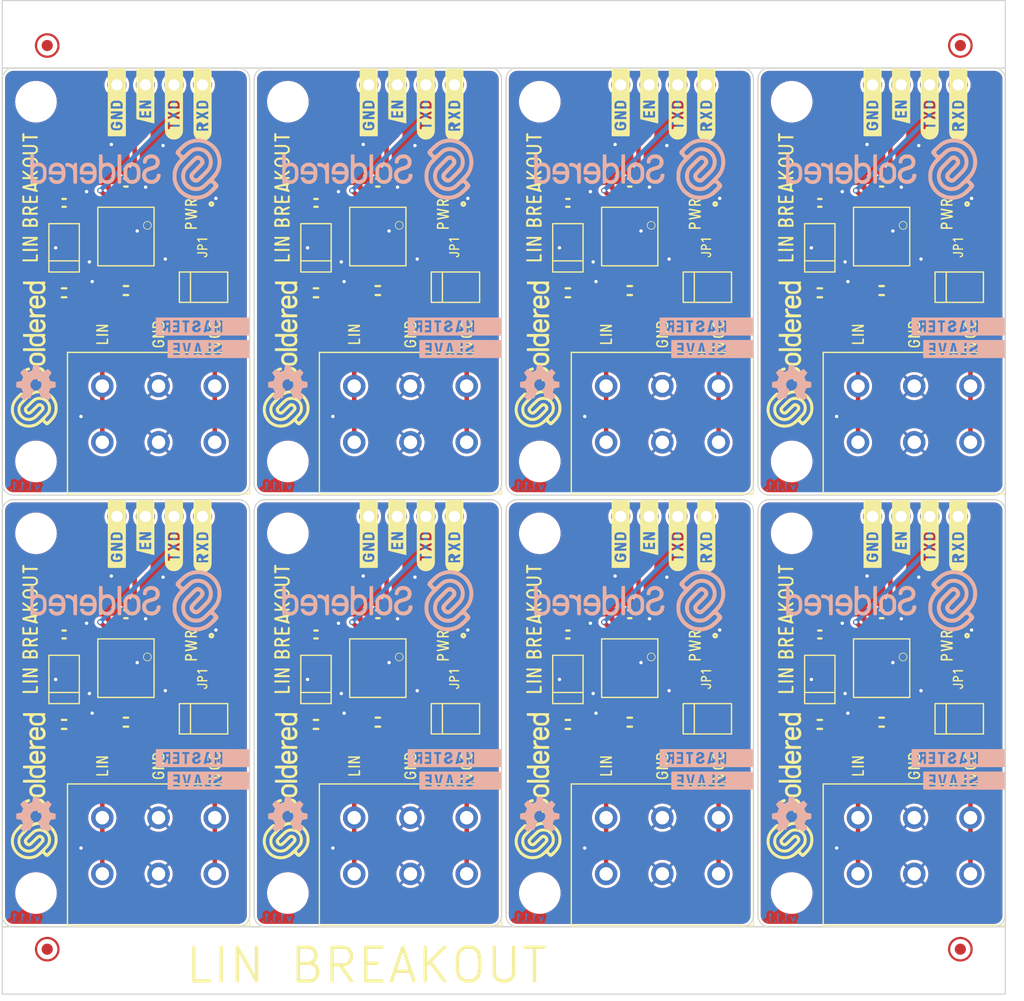
<source format=kicad_pcb>
(kicad_pcb (version 20210623) (generator pcbnew)
  (title_block (title "LIN breakout") (date "2021-07-14") (rev "V1.1.1.") (company "SOLDERED") (comment 1 "333026"))
  (layers (0 "F.Cu" mixed) (31 "B.Cu" signal) (34 "B.Paste" user) (35 "F.Paste" user) (36 "B.SilkS" user "B.Silkscreen") (37 "F.SilkS" user "F.Silkscreen") (38 "B.Mask" user) (39 "F.Mask" user) (44 "Edge.Cuts" user))
  (net 0 "")
  (net 1 "VCC")
  (net 2 "GND")
  (net 3 "LIN")
  (net 4 "Net-(C1-Pad2)")
  (net 5 "Net-(D2-Pad1)")
  (net 6 "Net-(D3-Pad1)")
  (net 7 "RXD")
  (net 8 "TXD")
  (net 9 "EN")
  (net 12 "Net-(R2-Pad1)")
  (footprint "Soldered Graphics:Logo-Back-OSH-3.5mm" (layer "F.Cu") (at 112 120)
    (fp_text reference "G***" hide)
    (fp_text value "LOGO" hide)
  )
  (footprint "buzzardLabel" (layer "F.Cu") (at 119.19 53.2 90)
    (fp_text reference "")
    (fp_text value "")
  )
  (footprint "e-radionica.com footprinti:0603C" (layer "F.Cu") (at 181.7 112)
    (fp_text reference "C2")
    (fp_text value "270pF")
  )
  (footprint "buzzardLabel" (layer "F.Cu") (at 149.21 53.2 90)
    (fp_text reference "")
    (fp_text value "")
  )
  (footprint "e-radionica.com footprinti:0402R" (layer "F.Cu") (at 173.8 66.6 90)
    (fp_text reference "R2")
    (fp_text value "22k")
  )
  (footprint "e-radionica.com footprinti:0402R" (layer "F.Cu") (at 196.2 105 90)
    (fp_text reference "R2")
    (fp_text value "22k")
  )
  (footprint "e-radionica.com footprinti:M4_DIODA" (layer "F.Cu") (at 149.3 73.1 180)
    (fp_text reference "D1")
    (fp_text value "M4_DIODA")
  )
  (footprint "e-radionica.com footprinti:SMD-JUMPER-CONNECTED_TRACE_SLODERMASK" (layer "F.Cu") (at 195.2 69.6 90)
    (fp_text reference "JP1")
    (fp_text value "SMD-JUMPER-CONNECTED_TRACE_SLODERMASK")
  )
  (footprint "e-radionica.com footprinti:FIDUCIAL_23" (layer "F.Cu") (at 115.4 59.9)
    (fp_text reference "FD1")
    (fp_text value "FIDUCIAL")
  )
  (footprint "buzzardLabel" (layer "F.Cu") (at 119.19 91.6 90)
    (fp_text reference "")
    (fp_text value "")
  )
  (footprint "e-radionica.com footprinti:HOLE_3.2mm" (layer "F.Cu") (at 179.2 95)
    (fp_text reference "H2" hide)
    (fp_text value "HOLE_3.2mm" hide)
  )
  (footprint "e-radionica.com footprinti:FIDUCIAL_23" (layer "F.Cu") (at 182.6 98.3)
    (fp_text reference "FD1")
    (fp_text value "FIDUCIAL")
  )
  (footprint "e-radionica.com footprinti:0402LED" (layer "F.Cu") (at 171.8 66.6 90)
    (fp_text reference "D2")
    (fp_text value "purple")
  )
  (footprint "e-radionica.com footprinti:TERMINAL_KF235-5.0-3P" (layer "F.Cu") (at 167.7 84.4)
    (fp_text reference "K2")
    (fp_text value "TERMINAL_KF235-5.0-3P")
  )
  (footprint "e-radionica.com footprinti:0603R" (layer "F.Cu") (at 120 63.8)
    (fp_text reference "R1")
    (fp_text value "4.7k")
  )
  (footprint "Soldered Graphics:Logo-Back-OSH-3.5mm" (layer "F.Cu") (at 179.2 81.6)
    (fp_text reference "G***" hide)
    (fp_text value "LOGO" hide)
  )
  (footprint "buzzardLabel" (layer "F.Cu") (at 111.5 65.1 90)
    (fp_text reference "")
    (fp_text value "")
  )
  (footprint "e-radionica.com footprinti:M4_DIODA" (layer "F.Cu") (at 159.3 108 -90)
    (fp_text reference "D3")
    (fp_text value "M4_DIODA")
  )
  (footprint "buzzardLabel" (layer "F.Cu") (at 124.27 91.6 90)
    (fp_text reference "")
    (fp_text value "")
  )
  (footprint "buzzardLabel" (layer "F.Cu") (at 111.5 103.5 90)
    (fp_text reference "")
    (fp_text value "")
  )
  (footprint "Soldered Graphics:Logo-Back-SolderedFULL-17mm" (layer "F.Cu") (at 142.4 101)
    (fp_text reference "REF**" hide)
    (fp_text value "Logo-Front-SolderedFULL-17mm" hide)
  )
  (footprint "buzzardLabel" (layer "F.Cu") (at 185.1 77.3 90)
    (fp_text reference "")
    (fp_text value "")
  )
  (footprint "buzzardLabel" (layer "F.Cu") (at 117.9 77.3 90)
    (fp_text reference "")
    (fp_text value "")
  )
  (footprint "buzzardLabel" (layer "F.Cu") (at 163.99 91.6 90)
    (fp_text reference "")
    (fp_text value "")
  )
  (footprint "buzzardLabel" (layer "F.Cu") (at 171.6 108 90)
    (fp_text reference "")
    (fp_text value "")
  )
  (footprint "Soldered Graphics:Logo-Back-SolderedFULL-17mm" (layer "F.Cu") (at 164.8 101)
    (fp_text reference "REF**" hide)
    (fp_text value "Logo-Front-SolderedFULL-17mm" hide)
  )
  (footprint "e-radionica.com footprinti:0603C" (layer "F.Cu") (at 114.5 73.6)
    (fp_text reference "C2")
    (fp_text value "270pF")
  )
  (footprint "e-radionica.com footprinti:SOIC−8" (layer "F.Cu") (at 120 68.6 -90)
    (fp_text reference "U1")
    (fp_text value "NCV7329")
  )
  (footprint "buzzardLabel" (layer "F.Cu") (at 149.2 108 90)
    (fp_text reference "")
    (fp_text value "")
  )
  (footprint "Soldered Graphics:Logo-Back-OSH-3.5mm" (layer "F.Cu") (at 134.4 120)
    (fp_text reference "G***" hide)
    (fp_text value "LOGO" hide)
  )
  (footprint "e-radionica.com footprinti:HOLE_3.2mm" (layer "F.Cu") (at 112 56.6)
    (fp_text reference "H2" hide)
    (fp_text value "HOLE_3.2mm" hide)
  )
  (footprint "e-radionica.com footprinti:M4_DIODA" (layer "F.Cu") (at 181.7 69.6 -90)
    (fp_text reference "D3")
    (fp_text value "M4_DIODA")
  )
  (footprint "buzzardLabel" (layer "F.Cu") (at 125.8 105 90)
    (fp_text reference "")
    (fp_text value "")
  )
  (footprint "e-radionica.com footprinti:TERMINAL_KF235-5.0-3P" (layer "F.Cu") (at 145.3 122.8)
    (fp_text reference "K2")
    (fp_text value "TERMINAL_KF235-5.0-3P")
  )
  (footprint "Soldered Graphics:Logo-Front-SolderedFULL-13mm" (layer "F.Cu") (at 179.05 117.5 90)
    (fp_text reference "REF**" hide)
    (fp_text value "Logo-Front-SolderedFULL-13mm" hide)
  )
  (footprint "Soldered Graphics:Logo-Back-SolderedFULL-17mm" (layer "F.Cu") (at 187.2 101)
    (fp_text reference "REF**" hide)
    (fp_text value "Logo-Front-SolderedFULL-17mm" hide)
  )
  (footprint "Soldered Graphics:Logo-Front-SolderedFULL-13mm" (layer "F.Cu") (at 179.05 79.1 90)
    (fp_text reference "REF**" hide)
    (fp_text value "Logo-Front-SolderedFULL-13mm" hide)
  )
  (footprint "e-radionica.com footprinti:SMD-JUMPER-CONNECTED_TRACE_SLODERMASK" (layer "F.Cu") (at 172.8 69.6 90)
    (fp_text reference "JP1")
    (fp_text value "SMD-JUMPER-CONNECTED_TRACE_SLODERMASK")
  )
  (footprint "Soldered Graphics:Logo-Front-SolderedFULL-13mm" (layer "F.Cu") (at 111.85 117.5 90)
    (fp_text reference "REF**" hide)
    (fp_text value "Logo-Front-SolderedFULL-13mm" hide)
  )
  (footprint "e-radionica.com footprinti:0603C" (layer "F.Cu") (at 142.4 73.4)
    (fp_text reference "C1")
    (fp_text value "2.2uF")
  )
  (footprint "e-radionica.com footprinti:0402R" (layer "F.Cu") (at 151.4 66.6 90)
    (fp_text reference "R2")
    (fp_text value "22k")
  )
  (footprint "buzzardLabel" (layer "F.Cu") (at 171.61 53.2 90)
    (fp_text reference "")
    (fp_text value "")
  )
  (footprint "Soldered Graphics:Logo-Back-OSH-3.5mm" (layer "F.Cu") (at 112 81.6)
    (fp_text reference "G***" hide)
    (fp_text value "LOGO" hide)
  )
  (footprint "buzzardLabel" (layer "F.Cu") (at 171.61 91.6 90)
    (fp_text reference "")
    (fp_text value "")
  )
  (footprint "buzzardLabel" (layer "F.Cu") (at 162.7 77.3 90)
    (fp_text reference "")
    (fp_text value "")
  )
  (footprint "buzzardLabel" (layer "F.Cu") (at 126.81 53.2 90)
    (fp_text reference "")
    (fp_text value "")
  )
  (footprint "buzzardLabel" (layer "F.Cu") (at 140.3 115.7 90)
    (fp_text reference "")
    (fp_text value "")
  )
  (footprint "e-radionica.com footprinti:FIDUCIAL_23" (layer "F.Cu") (at 194.2 132)
    (fp_text reference "FD1")
    (fp_text value "FIDUCIAL")
  )
  (footprint "buzzardLabel" (layer "F.Cu") (at 156.3 65.1 90)
    (fp_text reference "")
    (fp_text value "")
  )
  (footprint "e-radionica.com footprinti:0402R" (layer "F.Cu") (at 129 66.6 90)
    (fp_text reference "R2")
    (fp_text value "22k")
  )
  (footprint "e-radionica.com footprinti:M4_DIODA" (layer "F.Cu") (at 194.1 111.5 180)
    (fp_text reference "D1")
    (fp_text value "M4_DIODA")
  )
  (footprint "e-radionica.com footprinti:0603R" (layer "F.Cu") (at 159.3 65.6)
    (fp_text reference "R3")
    (fp_text value "1k")
  )
  (footprint "e-radionica.com footprinti:0402LED" (layer "F.Cu") (at 127 105 90)
    (fp_text reference "D2")
    (fp_text value "purple")
  )
  (footprint "buzzardLabel" (layer "F.Cu") (at 141.59 91.6 90)
    (fp_text reference "")
    (fp_text value "")
  )
  (footprint "e-radionica.com footprinti:FIDUCIAL_23" (layer "F.Cu") (at 115.4 98.3)
    (fp_text reference "FD1")
    (fp_text value "FIDUCIAL")
  )
  (footprint "e-radionica.com footprinti:0402R" (layer "F.Cu") (at 173.8 105 90)
    (fp_text reference "R2")
    (fp_text value "22k")
  )
  (footprint "e-radionica.com footprinti:HOLE_3.2mm" (layer "F.Cu") (at 156.8 127)
    (fp_text reference "H1" hide)
    (fp_text value "HOLE_3.2mm" hide)
  )
  (footprint "buzzardLabel" (layer "F.Cu") (at 144.13 53.2 90)
    (fp_text reference "")
    (fp_text value "")
  )
  (footprint "buzzardLabel" (layer "F.Cu") (at 122.9 77.3 90)
    (fp_text reference "")
    (fp_text value "")
  )
  (footprint "buzzardLabel" (layer "F.Cu") (at 188.93 53.2 90)
    (fp_text reference "")
    (fp_text value "")
  )
  (footprint "e-radionica.com footprinti:M4_DIODA" (layer "F.Cu") (at 171.7 111.5 180)
    (fp_text reference "D1")
    (fp_text value "M4_DIODA")
  )
  (footprint "e-radionica.com footprinti:0603R" (layer "F.Cu") (at 114.5 104)
    (fp_text reference "R3")
    (fp_text value "1k")
  )
  (footprint "e-radionica.com footprinti:SOIC−8" (layer "F.Cu") (at 187.2 68.6 -90)
    (fp_text reference "U1")
    (fp_text value "NCV7329")
  )
  (footprint "e-radionica.com footprinti:TERMINAL_KF235-5.0-3P" (layer "F.Cu") (at 122.9 122.8)
    (fp_text reference "K2")
    (fp_text value "TERMINAL_KF235-5.0-3P")
  )
  (footprint "e-radionica.com footprinti:SMD-JUMPER-CONNECTED_TRACE_SLODERMASK" (layer "F.Cu") (at 195.2 108 90)
    (fp_text reference "JP1")
    (fp_text value "SMD-JUMPER-CONNECTED_TRACE_SLODERMASK")
  )
  (footprint "buzzardLabel" (layer "F.Cu") (at 169.07 91.6 90)
    (fp_text reference "")
    (fp_text value "")
  )
  (footprint "buzzardLabel" (layer "F.Cu") (at 170.6 105 90)
    (fp_text reference "")
    (fp_text value "")
  )
  (footprint "e-radionica.com footprinti:M4_DIODA" (layer "F.Cu") (at 194.1 73.1 180)
    (fp_text reference "D1")
    (fp_text value "M4_DIODA")
  )
  (footprint "buzzardLabel" (layer "F.Cu") (at 126.8 69.6 90)
    (fp_text reference "")
    (fp_text value "")
  )
  (footprint "e-radionica.com footprinti:M4_DIODA" (layer "F.Cu") (at 114.5 108 -90)
    (fp_text reference "D3")
    (fp_text value "M4_DIODA")
  )
  (footprint "e-radionica.com footprinti:0402R" (layer "F.Cu") (at 196.2 66.6 90)
    (fp_text reference "R2")
    (fp_text value "22k")
  )
  (footprint "e-radionica.com footprinti:FIDUCIAL_23" (layer "F.Cu") (at 160.2 59.9)
    (fp_text reference "FD1")
    (fp_text value "FIDUCIAL")
  )
  (footprint "buzzardLabel" (layer "F.Cu") (at 121.73 53.2 90)
    (fp_text reference "")
    (fp_text value "")
  )
  (footprint "e-radionica.com footprinti:0603R" (layer "F.Cu") (at 142.4 63.8)
    (fp_text reference "R1")
    (fp_text value "4.7k")
  )
  (footprint "e-radionica.com footprinti:M4_DIODA" (layer "F.Cu") (at 181.7 108 -90)
    (fp_text reference "D3")
    (fp_text value "M4_DIODA")
  )
  (footprint "buzzardLabel" (layer "F.Cu") (at 195.1 115.7 90)
    (fp_text reference "")
    (fp_text value "")
  )
  (footprint "buzzardLabel" (layer "F.Cu") (at 141.59 53.2 90)
    (fp_text reference "")
    (fp_text value "")
  )
  (footprint "buzzardLabel" (layer "F.Cu") (at 167.7 115.7 90)
    (fp_text reference "")
    (fp_text value "")
  )
  (footprint "buzzardLabel" (layer "F.Cu") (at 166.53 91.6 90)
    (fp_text reference "")
    (fp_text value "")
  )
  (footprint "buzzardLabel" (layer "F.Cu") (at 122.9 115.7 90)
    (fp_text reference "")
    (fp_text value "")
  )
  (footprint "e-radionica.com footprinti:SMD-JUMPER-CONNECTED_TRACE_SLODERMASK" (layer "F.Cu") (at 128 108 90)
    (fp_text reference "JP1")
    (fp_text value "SMD-JUMPER-CONNECTED_TRACE_SLODERMASK")
  )
  (footprint "e-radionica.com footprinti:0402LED" (layer "F.Cu") (at 194.2 66.6 90)
    (fp_text reference "D2")
    (fp_text value "purple")
  )
  (footprint "buzzardLabel" (layer "F.Cu") (at 191.47 91.6 90)
    (fp_text reference "")
    (fp_text value "")
  )
  (footprint "e-radionica.com footprinti:M4_DIODA" (layer "F.Cu") (at 136.9 69.6 -90)
    (fp_text reference "D3")
    (fp_text value "M4_DIODA")
  )
  (footprint "e-radionica.com footprinti:SMD-JUMPER-CONNECTED_TRACE_SLODERMASK" (layer "F.Cu") (at 150.4 69.6 90)
    (fp_text reference "JP1")
    (fp_text value "SMD-JUMPER-CONNECTED_TRACE_SLODERMASK")
  )
  (footprint "e-radionica.com footprinti:0603R" (layer "F.Cu") (at 181.7 104)
    (fp_text reference "R3")
    (fp_text value "1k")
  )
  (footprint "buzzardLabel" (layer "F.Cu") (at 121.73 91.6 90)
    (fp_text reference "")
    (fp_text value "")
  )
  (footprint "e-radionica.com footprinti:0603R" (layer "F.Cu") (at 114.5 65.6)
    (fp_text reference "R3")
    (fp_text value "1k")
  )
  (footprint "e-radionica.com footprinti:0603C" (layer "F.Cu") (at 164.8 111.8)
    (fp_text reference "C1")
    (fp_text value "2.2uF")
  )
  (footprint "buzzardLabel" (layer "F.Cu") (at 190.1 77.3 90)
    (fp_text reference "")
    (fp_text value "")
  )
  (footprint "e-radionica.com footprinti:0603C" (layer "F.Cu") (at 120 111.8)
    (fp_text reference "C1")
    (fp_text value "2.2uF")
  )
  (footprint "buzzardLabel" (layer "F.Cu") (at 124.27 53.2 90)
    (fp_text reference "")
    (fp_text value "")
  )
  (footprint "Soldered Graphics:Logo-Back-OSH-3.5mm" (layer "F.Cu") (at 156.8 120)
    (fp_text reference "G***" hide)
    (fp_text value "LOGO" hide)
  )
  (footprint "Soldered Graphics:Logo-Front-SolderedFULL-13mm" (layer "F.Cu") (at 111.85 79.1 90)
    (fp_text reference "REF**" hide)
    (fp_text value "Logo-Front-SolderedFULL-13mm" hide)
  )
  (footprint "e-radionica.com footprinti:0402LED" (layer "F.Cu") (at 149.4 66.6 90)
    (fp_text reference "D2")
    (fp_text value "purple")
  )
  (footprint "e-radionica.com footprinti:M4_DIODA" (layer "F.Cu") (at 114.5 69.6 -90)
    (fp_text reference "D3")
    (fp_text value "M4_DIODA")
  )
  (footprint "e-radionica.com footprinti:0603R" (layer "F.Cu") (at 164.8 102.2)
    (fp_text reference "R1")
    (fp_text value "4.7k")
  )
  (footprint "buzzardLabel" (layer "F.Cu") (at 194 69.6 90)
    (fp_text reference "")
    (fp_text value "")
  )
  (footprint "buzzardLabel" (layer "F.Cu") (at 178.7 103.5 90)
    (fp_text reference "")
    (fp_text value "")
  )
  (footprint "e-radionica.com footprinti:HOLE_3.2mm" (layer "F.Cu") (at 134.4 95)
    (fp_text reference "H2" hide)
    (fp_text value "HOLE_3.2mm" hide)
  )
  (footprint "e-radionica.com footprinti:0603C" (layer "F.Cu") (at 159.3 73.6)
    (fp_text reference "C2")
    (fp_text value "270pF")
  )
  (footprint "buzzardLabel" (layer "F.Cu") (at 171.6 69.6 90)
    (fp_text reference "")
    (fp_text value "")
  )
  (footprint "buzzardLabel" (layer "F.Cu") (at 144.13 91.6 90)
    (fp_text reference "")
    (fp_text value "")
  )
  (footprint "buzzardLabel" (layer "F.Cu") (at 167.7 77.3 90)
    (fp_text reference "")
    (fp_text value "")
  )
  (footprint "buzzardLabel" (layer "F.Cu") (at 145.3 115.7 90)
    (fp_text reference "")
    (fp_text value "")
  )
  (footprint "e-radionica.com footprinti:0603R" (layer "F.Cu") (at 120 102.2)
    (fp_text reference "R1")
    (fp_text value "4.7k")
  )
  (footprint "e-radionica.com footprinti:SOIC−8" (layer "F.Cu") (at 142.4 107 -90)
    (fp_text reference "U1")
    (fp_text value "NCV7329")
  )
  (footprint "e-radionica.com footprinti:0603R" (layer "F.Cu") (at 159.3 104)
    (fp_text reference "R3")
    (fp_text value "1k")
  )
  (footprint "buzzardLabel" (layer "F.Cu") (at 148.2 105 90)
    (fp_text reference "")
    (fp_text value "")
  )
  (footprint "e-radionica.com footprinti:0402LED" (layer "F.Cu") (at 127 66.6 90)
    (fp_text reference "D2")
    (fp_text value "purple")
  )
  (footprint "e-radionica.com footprinti:HOLE_3.2mm" (layer "F.Cu") (at 179.2 88.6)
    (fp_text reference "H1" hide)
    (fp_text value "HOLE_3.2mm" hide)
  )
  (footprint "e-radionica.com footprinti:FIDUCIAL_23" (layer "F.Cu") (at 137.8 98.3)
    (fp_text reference "FD1")
    (fp_text value "FIDUCIAL")
  )
  (footprint "buzzardLabel" (layer "F.Cu") (at 149.21 91.6 90)
    (fp_text reference "")
    (fp_text value "")
  )
  (footprint "buzzardLabel" (layer "F.Cu") (at 193 105 90)
    (fp_text reference "")
    (fp_text value "")
  )
  (footprint "e-radionica.com footprinti:M4_DIODA" (layer "F.Cu") (at 159.3 69.6 -90)
    (fp_text reference "D3")
    (fp_text value "M4_DIODA")
  )
  (footprint "e-radionica.com footprinti:0603C" (layer "F.Cu") (at 142.4 111.8)
    (fp_text reference "C1")
    (fp_text value "2.2uF")
  )
  (footprint "e-radionica.com footprinti:0603C" (layer "F.Cu") (at 136.9 112)
    (fp_text reference "C2")
    (fp_text value "270pF")
  )
  (footprint "e-radionica.com footprinti:0603C" (layer "F.Cu") (at 136.9 73.6)
    (fp_text reference "C2")
    (fp_text value "270pF")
  )
  (footprint "e-radionica.com footprinti:0402R" (layer "F.Cu") (at 151.4 105 90)
    (fp_text reference "R2")
    (fp_text value "22k")
  )
  (footprint "e-radionica.com footprinti:FIDUCIAL_23" (layer "F.Cu") (at 194.2 51.6)
    (fp_text reference "FD1")
    (fp_text value "FIDUCIAL")
  )
  (footprint "buzzardLabel" (layer "F.Cu") (at 133.9 103.5 90)
    (fp_text reference "")
    (fp_text value "")
  )
  (footprint "buzzardLabel" (layer "F.Cu") (at 172.7 77.3 90)
    (fp_text reference "")
    (fp_text value "")
  )
  (footprint "buzzardLabel" (layer "F.Cu") (at 133.9 65.1 90)
    (fp_text reference "")
    (fp_text value "")
  )
  (footprint "e-radionica.com footprinti:HOLE_3.2mm" (layer "F.Cu") (at 134.4 88.6)
    (fp_text reference "H1" hide)
    (fp_text value "HOLE_3.2mm" hide)
  )
  (footprint "e-radionica.com footprinti:HOLE_3.2mm" (layer "F.Cu") (at 156.8 88.6)
    (fp_text reference "H1" hide)
    (fp_text value "HOLE_3.2mm" hide)
  )
  (footprint "e-radionica.com footprinti:FIDUCIAL_23" (layer "F.Cu") (at 113 132)
    (fp_text reference "FD1")
    (fp_text value "FIDUCIAL")
  )
  (footprint "buzzardLabel" (layer "F.Cu") (at 149.2 69.6 90)
    (fp_text reference "")
    (fp_text value "")
  )
  (footprint "e-radionica.com footprinti:SOIC−8" (layer "F.Cu") (at 187.2 107 -90)
    (fp_text reference "U1")
    (fp_text value "NCV7329")
  )
  (footprint "e-radionica.com footprinti:SOIC−8" (layer "F.Cu") (at 164.8 107 -90)
    (fp_text reference "U1")
    (fp_text value "NCV7329")
  )
  (footprint "e-radionica.com footprinti:SOIC−8" (layer "F.Cu") (at 120 107 -90)
    (fp_text reference "U1")
    (fp_text value "NCV7329")
  )
  (footprint "e-radionica.com footprinti:FIDUCIAL_23" (layer "F.Cu") (at 182.6 59.9)
    (fp_text reference "FD1")
    (fp_text value "FIDUCIAL")
  )
  (footprint "buzzardLabel" (layer "F.Cu") (at 140.3 77.3 90)
    (fp_text reference "")
    (fp_text value "")
  )
  (footprint "e-radionica.com footprinti:0603C" (layer "F.Cu") (at 114.5 112)
    (fp_text reference "C2")
    (fp_text value "270pF")
  )
  (footprint "buzzardLabel" (layer "F.Cu") (at 156.3 103.5 90)
    (fp_text reference "")
    (fp_text value "")
  )
  (footprint "e-radionica.com footprinti:HOLE_3.2mm" (layer "F.Cu") (at 134.4 56.6)
    (fp_text reference "H2" hide)
    (fp_text value "HOLE_3.2mm" hide)
  )
  (footprint "buzzardLabel" (layer "F.Cu") (at 117.9 115.7 90)
    (fp_text reference "")
    (fp_text value "")
  )
  (footprint "Soldered Graphics:Logo-Front-SolderedFULL-13mm" (layer "F.Cu") (at 156.65 117.5 90)
    (fp_text reference "REF**" hide)
    (fp_text value "Logo-Front-SolderedFULL-13mm" hide)
  )
  (footprint "Soldered Graphics:Logo-Back-OSH-3.5mm" (layer "F.Cu") (at 156.8 81.6)
    (fp_text reference "G***" hide)
    (fp_text value "LOGO" hide)
  )
  (footprint "e-radionica.com footprinti:0603R" (layer "F.Cu") (at 187.2 102.2)
    (fp_text reference "R1")
    (fp_text value "4.7k")
  )
  (footprint "e-radionica.com footprinti:TERMINAL_KF235-5.0-3P" (layer "F.Cu") (at 122.9 84.4)
    (fp_text reference "K2")
    (fp_text value "TERMINAL_KF235-5.0-3P")
  )
  (footprint "buzzardLabel" (layer "F.Cu") (at 194.01 53.2 90)
    (fp_text reference "")
    (fp_text value "")
  )
  (footprint "e-radionica.com footprinti:TERMINAL_KF235-5.0-3P" (layer "F.Cu") (at 167.7 122.8)
    (fp_text reference "K2")
    (fp_text value "TERMINAL_KF235-5.0-3P")
  )
  (footprint "e-radionica.com footprinti:HOLE_3.2mm" (layer "F.Cu") (at 112 95)
    (fp_text reference "H2" hide)
    (fp_text value "HOLE_3.2mm" hide)
  )
  (footprint "e-radionica.com footprinti:0603C" (layer "F.Cu") (at 120 73.4)
    (fp_text reference "C1")
    (fp_text value "2.2uF")
  )
  (footprint "e-radionica.com footprinti:M4_DIODA" (layer "F.Cu") (at 126.9 73.1 180)
    (fp_text reference "D1")
    (fp_text value "M4_DIODA")
  )
  (footprint "buzzardLabel" (layer "F.Cu") (at 193 66.6 90)
    (fp_text reference "")
    (fp_text value "")
  )
  (footprint "buzzardLabel" (layer "F.Cu") (at 145.3 77.3 90)
    (fp_text reference "")
    (fp_text value "")
  )
  (footprint "Soldered Graphics:Logo-Back-OSH-3.5mm" (layer "F.Cu") (at 179.2 120)
    (fp_text reference "G***" hide)
    (fp_text value "LOGO" hide)
  )
  (footprint "buzzardLabel" (layer "F.Cu") (at 194 108 90)
    (fp_text reference "")
    (fp_text value "")
  )
  (footprint "e-radionica.com footprinti:0603C" (layer "F.Cu") (at 164.8 73.4)
    (fp_text reference "C1")
    (fp_text value "2.2uF")
  )
  (footprint "e-radionica.com footprinti:M4_DIODA" (layer "F.Cu") (at 149.3 111.5 180)
    (fp_text reference "D1")
    (fp_text value "M4_DIODA")
  )
  (footprint "buzzardLabel" (layer "F.Cu") (at 146.67 91.6 90)
    (fp_text reference "")
    (fp_text value "")
  )
  (footprint "e-radionica.com footprinti:SOIC−8" (layer "F.Cu") (at 142.4 68.6 -90)
    (fp_text reference "U1")
    (fp_text value "NCV7329")
  )
  (footprint "buzzardLabel" (layer "F.Cu") (at 163.99 53.2 90)
    (fp_text reference "")
    (fp_text value "")
  )
  (footprint "buzzardLabel" (layer "F.Cu") (at 172.7 115.7 90)
    (fp_text reference "")
    (fp_text value "")
  )
  (footprint "e-radionica.com footprinti:0603R" (layer "F.Cu") (at 136.9 104)
    (fp_text reference "R3")
    (fp_text value "1k")
  )
  (footprint "buzzardLabel" (layer "F.Cu") (at 169.07 53.2 90)
    (fp_text reference "")
    (fp_text value "")
  )
  (footprint "Soldered Graphics:Logo-Front-SolderedFULL-13mm" (layer "F.Cu") (at 156.65 79.1 90)
    (fp_text reference "REF**" hide)
    (fp_text value "Logo-Front-SolderedFULL-13mm" hide)
  )
  (footprint "e-radionica.com footprinti:0402LED" (layer "F.Cu") (at 149.4 105 90)
    (fp_text reference "D2")
    (fp_text value "purple")
  )
  (footprint "e-radionica.com footprinti:HOLE_3.2mm" (layer "F.Cu") (at 112 127)
    (fp_text reference "H1" hide)
    (fp_text value "HOLE_3.2mm" hide)
  )
  (footprint "buzzardLabel" (layer "F.Cu") (at 188.93 91.6 90)
    (fp_text reference "")
    (fp_text value "")
  )
  (footprint "Soldered Graphics:Logo-Back-SolderedFULL-17mm" (layer "F.Cu") (at 164.8 62.6)
    (fp_text reference "REF**" hide)
    (fp_text value "Logo-Front-SolderedFULL-17mm" hide)
  )
  (footprint "Soldered Graphics:Logo-Back-SolderedFULL-17mm" (layer "F.Cu") (at 120 101)
    (fp_text reference "REF**" hide)
    (fp_text value "Logo-Front-SolderedFULL-17mm" hide)
  )
  (footprint "Soldered Graphics:Logo-Back-OSH-3.5mm" (layer "F.Cu") (at 134.4 81.6)
    (fp_text reference "G***" hide)
    (fp_text value "LOGO" hide)
  )
  (footprint "e-radionica.com footprinti:0603R" (layer "F.Cu") (at 164.8 63.8)
    (fp_text reference "R1")
    (fp_text value "4.7k")
  )
  (footprint "buzzardLabel" (layer "F.Cu") (at 186.39 91.6 90)
    (fp_text reference "")
    (fp_text value "")
  )
  (footprint "e-radionica.com footprinti:SMD-JUMPER-CONNECTED_TRACE_SLODERMASK" (layer "F.Cu") (at 172.8 108 90)
    (fp_text reference "JP1")
    (fp_text value "SMD-JUMPER-CONNECTED_TRACE_SLODERMASK")
  )
  (footprint "e-radionica.com footprinti:M4_DIODA" (layer "F.Cu") (at 136.9 108 -90)
    (fp_text reference "D3")
    (fp_text value "M4_DIODA")
  )
  (footprint "buzzardLabel" (layer "F.Cu") (at 191.47 53.2 90)
    (fp_text reference "")
    (fp_text value "")
  )
  (footprint "Soldered Graphics:Logo-Back-SolderedFULL-17mm" (layer "F.Cu") (at 142.4 62.6)
    (fp_text reference "REF**" hide)
    (fp_text value "Logo-Front-SolderedFULL-17mm" hide)
  )
  (footprint "e-radionica.com footprinti:0603R" (layer "F.Cu") (at 187.2 63.8)
    (fp_text reference "R1")
    (fp_text value "4.7k")
  )
  (footprint "Soldered Graphics:Logo-Front-SolderedFULL-13mm" (layer "F.Cu") (at 134.25 79.1 90)
    (fp_text reference "REF**" hide)
    (fp_text value "Logo-Front-SolderedFULL-13mm" hide)
  )
  (footprint "e-radionica.com footprinti:0603R" (layer "F.Cu") (at 136.9 65.6)
    (fp_text reference "R3")
    (fp_text value "1k")
  )
  (footprint "buzzardLabel" (layer "F.Cu") (at 166.53 53.2 90)
    (fp_text reference "")
    (fp_text value "")
  )
  (footprint "buzzardLabel" (layer "F.Cu") (at 194.01 91.6 90)
    (fp_text reference "")
    (fp_text value "")
  )
  (footprint "e-radionica.com footprinti:0402LED" (layer "F.Cu") (at 171.8 105 90)
    (fp_text reference "D2")
    (fp_text value "purple")
  )
  (footprint "e-radionica.com footprinti:SMD-JUMPER-CONNECTED_TRACE_SLODERMASK" (layer "F.Cu") (at 128 69.6 90)
    (fp_text reference "JP1")
    (fp_text value "SMD-JUMPER-CONNECTED_TRACE_SLODERMASK")
  )
  (footprint "e-radionica.com footprinti:SMD-JUMPER-CONNECTED_TRACE_SLODERMASK" (layer "F.Cu") (at 150.4 108 90)
    (fp_text reference "JP1")
    (fp_text value "SMD-JUMPER-CONNECTED_TRACE_SLODERMASK")
  )
  (footprint "e-radionica.com footprinti:0603R" (layer "F.Cu") (at 142.4 102.2)
    (fp_text reference "R1")
    (fp_text value "4.7k")
  )
  (footprint "buzzardLabel" (layer "F.Cu") (at 127.9 115.7 90)
    (fp_text reference "")
    (fp_text value "")
  )
  (footprint "Soldered Graphics:Logo-Back-SolderedFULL-17mm" (layer "F.Cu") (at 120 62.6)
    (fp_text reference "REF**" hide)
    (fp_text value "Logo-Front-SolderedFULL-17mm" hide)
  )
  (footprint "e-radionica.com footprinti:0603C" (layer "F.Cu") (at 181.7 73.6)
    (fp_text reference "C2")
    (fp_text value "270pF")
  )
  (footprint "e-radionica.com footprinti:HOLE_3.2mm" (layer "F.Cu") (at 112 88.6)
    (fp_text reference "H1" hide)
    (fp_text value "HOLE_3.2mm" hide)
  )
  (footprint "buzzardLabel" (layer "F.Cu") (at 126.81 91.6 90)
    (fp_text reference "")
    (fp_text value "")
  )
  (footprint "e-radionica.com footprinti:0603C" (layer "F.Cu") (at 159.3 112)
    (fp_text reference "C2")
    (fp_text value "270pF")
  )
  (footprint "buzzardLabel" (layer "F.Cu") (at 126.8 108 90)
    (fp_text reference "")
    (fp_text value "")
  )
  (footprint "e-radionica.com footprinti:M4_DIODA" (layer "F.Cu") (at 171.7 73.1 180)
    (fp_text reference "D1")
    (fp_text value "M4_DIODA")
  )
  (footprint "e-radionica.com footprinti:0603C" (layer "F.Cu") (at 187.2 111.8)
    (fp_text reference "C1")
    (fp_text value "2.2uF")
  )
  (footprint "e-radionica.com footprinti:TERMINAL_KF235-5.0-3P" (layer "F.Cu") (at 190.1 122.8)
    (fp_text reference "K2")
    (fp_text value "TERMINAL_KF235-5.0-3P")
  )
  (footprint "buzzardLabel" (layer "F.Cu") (at 190.1 115.7 90)
    (fp_text reference "")
    (fp_text value "")
  )
  (footprint "buzzardLabel" (layer "F.Cu") (at 185.1 115.7 90)
    (fp_text reference "")
    (fp_text value "")
  )
  (footprint "e-radionica.com footprinti:0603R" (layer "F.Cu") (at 181.7 65.6)
    (fp_text reference "R3")
    (fp_text value "1k")
  )
  (footprint "e-radionica.com footprinti:HOLE_3.2mm" (layer "F.Cu") (at 134.4 127)
    (fp_text reference "H1" hide)
    (fp_text value "HOLE_3.2mm" hide)
  )
  (footprint "buzzardLabel" (layer "F.Cu") (at 150.3 77.3 90)
    (fp_text reference "")
    (fp_text value "")
  )
  (footprint "e-radionica.com footprinti:HOLE_3.2mm" (layer "F.Cu") (at 179.2 56.6)
    (fp_text reference "H2" hide)
    (fp_text value "HOLE_3.2mm" hide)
  )
  (footprint "buzzardLabel" (layer "F.Cu") (at 195.1 77.3 90)
    (fp_text reference "")
    (fp_text value "")
  )
  (footprint "e-radionica.com footprinti:FIDUCIAL_23" (layer "F.Cu") (at 113 51.6)
    (fp_text reference "FD1")
    (fp_text value "FIDUCIAL")
  )
  (footprint "buzzardLabel" (layer "F.Cu") (at 150.3 115.7 90)
    (fp_text reference "")
    (fp_text value "")
  )
  (footprint "e-radionica.com footprinti:0603C" (layer "F.Cu") (at 187.2 73.4)
    (fp_text reference "C1")
    (fp_text value "2.2uF")
  )
  (footprint "buzzardLabel" (layer "F.Cu") (at 170.6 66.6 90)
    (fp_text reference "")
    (fp_text value "")
  )
  (footprint "buzzardLabel" (layer "F.Cu") (at 178.7 65.1 90)
    (fp_text reference "")
    (fp_text value "")
  )
  (footprint "buzzardLabel" (layer "F.Cu") (at 186.39 53.2 90)
    (fp_text reference "")
    (fp_text value "")
  )
  (footprint "e-radionica.com footprinti:TERMINAL_KF235-5.0-3P" (layer "F.Cu") (at 190.1 84.4)
    (fp_text reference "K2")
    (fp_text value "TERMINAL_KF235-5.0-3P")
  )
  (footprint "Soldered Graphics:Logo-Back-SolderedFULL-17mm" (layer "F.Cu") (at 187.2 62.6)
    (fp_text reference "REF**" hide)
    (fp_text value "Logo-Front-SolderedFULL-17mm" hide)
  )
  (footprint "e-radionica.com footprinti:TERMINAL_KF235-5.0-3P" (layer "F.Cu") (at 145.3 84.4)
    (fp_text reference "K2")
    (fp_text value "TERMINAL_KF235-5.0-3P")
  )
  (footprint "buzzardLabel" (layer "F.Cu") (at 127.9 77.3 90)
    (fp_text reference "")
    (fp_text value "")
  )
  (footprint "buzzardLabel" (layer "F.Cu") (at 162.7 115.7 90)
    (fp_text reference "")
    (fp_text value "")
  )
  (footprint "e-radionica.com footprinti:FIDUCIAL_23" (layer "F.Cu") (at 137.8 59.9)
    (fp_text reference "FD1")
    (fp_text value "FIDUCIAL")
  )
  (footprint "e-radionica.com footprinti:HOLE_3.2mm" (layer "F.Cu") (at 179.2 127)
    (fp_text reference "H1" hide)
    (fp_text value "HOLE_3.2mm" hide)
  )
  (footprint "buzzardLabel" (layer "F.Cu") (at 125.8 66.6 90)
    (fp_text reference "")
    (fp_text value "")
  )
  (footprint "e-radionica.com footprinti:0402LED" (layer "F.Cu") (at 194.2 105 90)
    (fp_text reference "D2")
    (fp_text value "purple")
  )
  (footprint "e-radionica.com footprinti:M4_DIODA" (layer "F.Cu") (at 126.9 111.5 180)
    (fp_text reference "D1")
    (fp_text value "M4_DIODA")
  )
  (footprint "buzzardLabel" (layer "F.Cu") (at 148.2 66.6 90)
    (fp_text reference "")
    (fp_text value "")
  )
  (footprint "e-radionica.com footprinti:FIDUCIAL_23" (layer "F.Cu") (at 160.2 98.3)
    (fp_text reference "FD1")
    (fp_text value "FIDUCIAL")
  )
  (footprint "buzzardLabel" (layer "F.Cu") (at 146.67 53.2 90)
    (fp_text reference "")
    (fp_text value "")
  )
  (footprint "e-radionica.com footprinti:HOLE_3.2mm" (layer "F.Cu") (at 156.8 56.6)
    (fp_text reference "H2" hide)
    (fp_text value "HOLE_3.2mm" hide)
  )
  (footprint "Soldered Graphics:Logo-Front-SolderedFULL-13mm" (layer "F.Cu") (at 134.25 117.5 90)
    (fp_text reference "REF**" hide)
    (fp_text value "Logo-Front-SolderedFULL-13mm" hide)
  )
  (footprint "e-radionica.com footprinti:HOLE_3.2mm" (layer "F.Cu") (at 156.8 95)
    (fp_text reference "H2" hide)
    (fp_text value "HOLE_3.2mm" hide)
  )
  (footprint "e-radionica.com footprinti:0402R" (layer "F.Cu") (at 129 105 90)
    (fp_text reference "R2")
    (fp_text value "22k")
  )
  (footprint "e-radionica.com footprinti:SOIC−8" (layer "F.Cu") (at 164.8 68.6 -90)
    (fp_text reference "U1")
    (fp_text value "NCV7329")
  )
  (footprint "Soldered Graphics:Version1.1.1." (layer "B.Cu") (at 178.2 129.2 180)
    (fp_text reference "REF**" hide)
    (fp_text value "Version1.1.1." hide)
  )
  (footprint "e-radionica.com footprinti:HEADER_MALE_4X1" (layer "B.Cu") (at 123 55.1)
    (fp_text reference "K1")
    (fp_text value "HEADER_MALE_4X1")
  )
  (footprint "e-radionica.com footprinti:HEADER_MALE_4X1" (layer "B.Cu") (at 167.8 55.1)
    (fp_text reference "K1")
    (fp_text value "HEADER_MALE_4X1")
  )
  (footprint "Soldered Graphics:Version1.1.1." (layer "B.Cu") (at 133.4 90.8 180)
    (fp_text reference "REF**" hide)
    (fp_text value "Version1.1.1." hide)
  )
  (footprint "buzzardLabel" (layer "B.Cu") (at 153.8 115 180)
    (fp_text reference "")
    (fp_text value "")
  )
  (footprint "buzzardLabel" (layer "B.Cu") (at 131.4 115 180)
    (fp_text reference "")
    (fp_text value "")
  )
  (footprint "e-radionica.com footprinti:HEADER_MALE_4X1" (layer "B.Cu") (at 167.8 93.5)
    (fp_text reference "K1")
    (fp_text value "HEADER_MALE_4X1")
  )
  (footprint "buzzardLabel" (layer "B.Cu") (at 153.8 76.6 180)
    (fp_text reference "")
    (fp_text value "")
  )
  (footprint "Soldered Graphics:Version1.1.1." (layer "B.Cu") (at 155.8 129.2 180)
    (fp_text reference "REF**" hide)
    (fp_text value "Version1.1.1." hide)
  )
  (footprint "Soldered Graphics:Version1.1.1." (layer "B.Cu") (at 111 90.8 180)
    (fp_text reference "REF**" hide)
    (fp_text value "Version1.1.1." hide)
  )
  (footprint "buzzardLabel" (layer "B.Cu") (at 153.8 117 180)
    (fp_text reference "")
    (fp_text value "")
  )
  (footprint "buzzardLabel" (layer "B.Cu") (at 131.4 78.6 180)
    (fp_text reference "")
    (fp_text value "")
  )
  (footprint "Soldered Graphics:Version1.1.1." (layer "B.Cu") (at 178.2 90.8 180)
    (fp_text reference "REF**" hide)
    (fp_text value "Version1.1.1." hide)
  )
  (footprint "e-radionica.com footprinti:HEADER_MALE_4X1" (layer "B.Cu") (at 123 93.5)
    (fp_text reference "K1")
    (fp_text value "HEADER_MALE_4X1")
  )
  (footprint "buzzardLabel" (layer "B.Cu") (at 198.6 115 180)
    (fp_text reference "")
    (fp_text value "")
  )
  (footprint "e-radionica.com footprinti:HEADER_MALE_4X1" (layer "B.Cu") (at 190.2 93.5)
    (fp_text reference "K1")
    (fp_text value "HEADER_MALE_4X1")
  )
  (footprint "Soldered Graphics:Version1.1.1." (layer "B.Cu") (at 133.4 129.2 180)
    (fp_text reference "REF**" hide)
    (fp_text value "Version1.1.1." hide)
  )
  (footprint "buzzardLabel" (layer "B.Cu") (at 198.6 117 180)
    (fp_text reference "")
    (fp_text value "")
  )
  (footprint "buzzardLabel" (layer "B.Cu") (at 176.2 78.6 180)
    (fp_text reference "")
    (fp_text value "")
  )
  (footprint "buzzardLabel" (layer "B.Cu") (at 176.2 115 180)
    (fp_text reference "")
    (fp_text value "")
  )
  (footprint "buzzardLabel" (layer "B.Cu") (at 198.6 76.6 180)
    (fp_text reference "")
    (fp_text value "")
  )
  (footprint "buzzardLabel" (layer "B.Cu") (at 131.4 76.6 180)
    (fp_text reference "")
    (fp_text value "")
  )
  (footprint "buzzardLabel" (layer "B.Cu") (at 131.4 117 180)
    (fp_text reference "")
    (fp_text value "")
  )
  (footprint "Soldered Graphics:Version1.1.1." (layer "B.Cu") (at 155.8 90.8 180)
    (fp_text reference "REF**" hide)
    (fp_text value "Version1.1.1." hide)
  )
  (footprint "e-radionica.com footprinti:HEADER_MALE_4X1" (layer "B.Cu") (at 145.4 55.1)
    (fp_text reference "K1")
    (fp_text value "HEADER_MALE_4X1")
  )
  (footprint "buzzardLabel" (layer "B.Cu") (at 176.2 117 180)
    (fp_text reference "")
    (fp_text value "")
  )
  (footprint "buzzardLabel" (layer "B.Cu") (at 176.2 76.6 180)
    (fp_text reference "")
    (fp_text value "")
  )
  (footprint "buzzardLabel" (layer "B.Cu") (at 198.6 78.6 180)
    (fp_text reference "")
    (fp_text value "")
  )
  (footprint "Soldered Graphics:Version1.1.1." (layer "B.Cu") (at 111 129.2 180)
    (fp_text reference "REF**" hide)
    (fp_text value "Version1.1.1." hide)
  )
  (footprint "e-radionica.com footprinti:HEADER_MALE_4X1" (layer "B.Cu") (at 145.4 93.5)
    (fp_text reference "K1")
    (fp_text value "HEADER_MALE_4X1")
  )
  (footprint "e-radionica.com footprinti:HEADER_MALE_4X1" (layer "B.Cu") (at 190.2 55.1)
    (fp_text reference "K1")
    (fp_text value "HEADER_MALE_4X1")
  )
  (footprint "buzzardLabel" (layer "B.Cu") (at 153.8 78.6 180)
    (fp_text reference "")
    (fp_text value "")
  )
  (gr_arc (start 154.799997 54.6) (end 154.8 53.6) (angle -90) (layer "Edge.Cuts") (width 0.1))
  (gr_rect (start 109 130) (end 198.2 53.6) (layer "Edge.Cuts") (width 0.1) (fill none))
  (gr_line (start 152.4 130) (end 132.4 130) (layer "Edge.Cuts") (width 0.1))
  (gr_arc (start 154.799997 93) (end 154.8 92) (angle -90) (layer "Edge.Cuts") (width 0.1))
  (gr_line (start 131.4 129) (end 131.4 93) (layer "Edge.Cuts") (width 0.1))
  (gr_arc (start 177.199997 54.6) (end 177.2 53.6) (angle -90) (layer "Edge.Cuts") (width 0.1))
  (gr_line (start 109 90.6) (end 109 54.6) (layer "Edge.Cuts") (width 0.1))
  (gr_line (start 197.2 130) (end 177.2 130) (layer "Edge.Cuts") (width 0.1))
  (gr_line (start 174.8 91.6) (end 154.8 91.6) (layer "Edge.Cuts") (width 0.1))
  (gr_line (start 109 129) (end 109 93) (layer "Edge.Cuts") (width 0.1))
  (gr_line (start 176.2 129) (end 176.2 93) (layer "Edge.Cuts") (width 0.1))
  (gr_line (start 198.2 54.6) (end 198.2 90.6) (layer "Edge.Cuts") (width 0.1))
  (gr_arc (start 174.8 92.999997) (end 174.8 92) (angle 90) (layer "Edge.Cuts") (width 0.1))
  (gr_arc (start 130 90.6) (end 130 91.6) (angle -90) (layer "Edge.Cuts") (width 0.1))
  (gr_arc (start 174.8 129) (end 174.8 130) (angle -90) (layer "Edge.Cuts") (width 0.1))
  (gr_line (start 153.8 90.6) (end 153.8 54.6) (layer "Edge.Cuts") (width 0.1))
  (gr_arc (start 197.2 54.599997) (end 197.2 53.6) (angle 90) (layer "Edge.Cuts") (width 0.1))
  (gr_arc (start 130 92.999997) (end 130 92) (angle 90) (layer "Edge.Cuts") (width 0.1))
  (gr_arc (start 197.2 90.6) (end 197.2 91.6) (angle -90) (layer "Edge.Cuts") (width 0.1))
  (gr_arc (start 152.4 54.599997) (end 152.4 53.6) (angle 90) (layer "Edge.Cuts") (width 0.1))
  (gr_rect (start 109 130) (end 198.2 136) (layer "Edge.Cuts") (width 0.1) (fill none))
  (gr_arc (start 177.199997 93) (end 177.2 92) (angle -90) (layer "Edge.Cuts") (width 0.1))
  (gr_line (start 131 54.6) (end 131 90.6) (layer "Edge.Cuts") (width 0.1))
  (gr_line (start 130 91.6) (end 110 91.6) (layer "Edge.Cuts") (width 0.1))
  (gr_line (start 110 53.6) (end 130 53.6) (layer "Edge.Cuts") (width 0.1))
  (gr_line (start 152.4 91.6) (end 132.4 91.6) (layer "Edge.Cuts") (width 0.1))
  (gr_arc (start 109.999997 93) (end 110 92) (angle -90) (layer "Edge.Cuts") (width 0.1))
  (gr_arc (start 109.999997 54.6) (end 110 53.6) (angle -90) (layer "Edge.Cuts") (width 0.1))
  (gr_arc (start 110 129) (end 110 130) (angle 90) (layer "Edge.Cuts") (width 0.1))
  (gr_arc (start 177.2 129) (end 177.2 130) (angle 90) (layer "Edge.Cuts") (width 0.1))
  (gr_line (start 198.2 93) (end 198.2 129) (layer "Edge.Cuts") (width 0.1))
  (gr_line (start 131.4 90.6) (end 131.4 54.6) (layer "Edge.Cuts") (width 0.1))
  (gr_line (start 177.2 53.6) (end 197.2 53.6) (layer "Edge.Cuts") (width 0.1))
  (gr_arc (start 154.8 129) (end 154.8 130) (angle 90) (layer "Edge.Cuts") (width 0.1))
  (gr_arc (start 132.4 129) (end 132.4 130) (angle 90) (layer "Edge.Cuts") (width 0.1))
  (gr_arc (start 197.2 129) (end 197.2 130) (angle -90) (layer "Edge.Cuts") (width 0.1))
  (gr_arc (start 130 129) (end 130 130) (angle -90) (layer "Edge.Cuts") (width 0.1))
  (gr_arc (start 177.2 90.6) (end 177.2 91.6) (angle 90) (layer "Edge.Cuts") (width 0.1))
  (gr_arc (start 152.4 92.999997) (end 152.4 92) (angle 90) (layer "Edge.Cuts") (width 0.1))
  (gr_line (start 154.8 92) (end 174.8 92) (layer "Edge.Cuts") (width 0.1))
  (gr_line (start 132.4 92) (end 152.4 92) (layer "Edge.Cuts") (width 0.1))
  (gr_arc (start 174.8 54.599997) (end 174.8 53.6) (angle 90) (layer "Edge.Cuts") (width 0.1))
  (gr_line (start 110 92) (end 130 92) (layer "Edge.Cuts") (width 0.1))
  (gr_arc (start 110 90.6) (end 110 91.6) (angle 90) (layer "Edge.Cuts") (width 0.1))
  (gr_line (start 130 130) (end 110 130) (layer "Edge.Cuts") (width 0.1))
  (gr_line (start 175.8 93) (end 175.8 129) (layer "Edge.Cuts") (width 0.1))
  (gr_line (start 153.4 93) (end 153.4 129) (layer "Edge.Cuts") (width 0.1))
  (gr_arc (start 152.4 90.6) (end 152.4 91.6) (angle -90) (layer "Edge.Cuts") (width 0.1))
  (gr_arc (start 152.4 129) (end 152.4 130) (angle -90) (layer "Edge.Cuts") (width 0.1))
  (gr_line (start 174.8 130) (end 154.8 130) (layer "Edge.Cuts") (width 0.1))
  (gr_line (start 177.2 92) (end 197.2 92) (layer "Edge.Cuts") (width 0.1))
  (gr_line (start 153.8 129) (end 153.8 93) (layer "Edge.Cuts") (width 0.1))
  (gr_arc (start 132.4 90.6) (end 132.4 91.6) (angle 90) (layer "Edge.Cuts") (width 0.1))
  (gr_arc (start 130 54.599997) (end 130 53.6) (angle 90) (layer "Edge.Cuts") (width 0.1))
  (gr_rect (start 109 53.6) (end 198.2 47.6) (layer "Edge.Cuts") (width 0.1) (fill none))
  (gr_line (start 197.2 91.6) (end 177.2 91.6) (layer "Edge.Cuts") (width 0.1))
  (gr_line (start 176.2 90.6) (end 176.2 54.6) (layer "Edge.Cuts") (width 0.1))
  (gr_line (start 175.8 54.6) (end 175.8 90.6) (layer "Edge.Cuts") (width 0.1))
  (gr_arc (start 132.399997 93) (end 132.4 92) (angle -90) (layer "Edge.Cuts") (width 0.1))
  (gr_line (start 132.4 53.6) (end 152.4 53.6) (layer "Edge.Cuts") (width 0.1))
  (gr_line (start 154.8 53.6) (end 174.8 53.6) (layer "Edge.Cuts") (width 0.1))
  (gr_line (start 153.4 54.6) (end 153.4 90.6) (layer "Edge.Cuts") (width 0.1))
  (gr_arc (start 132.399997 54.6) (end 132.4 53.6) (angle -90) (layer "Edge.Cuts") (width 0.1))
  (gr_arc (start 154.8 90.6) (end 154.8 91.6) (angle 90) (layer "Edge.Cuts") (width 0.1))
  (gr_line (start 131 93) (end 131 129) (layer "Edge.Cuts") (width 0.1))
  (gr_arc (start 197.2 92.999997) (end 197.2 92) (angle 90) (layer "Edge.Cuts") (width 0.1))
  (gr_arc (start 174.8 90.6) (end 174.8 91.6) (angle -90) (layer "Edge.Cuts") (width 0.1))
  (gr_text "LIN BREAKOUT" (at 141.4 133.45) (layer "F.SilkS") (effects (font (size 3 3) (thickness 0.3))))
  (segment (start 195.79 109.99) (end 195.2 109.4) (width 0.4) (layer "F.Cu") (net 1))
  (segment (start 128 71) (end 128 69.95) (width 0.4) (layer "F.Cu") (net 1))
  (segment (start 173.39 73.1) (end 173.39 71.59) (width 0.4) (layer "F.Cu") (net 1))
  (segment (start 195.79 111.5) (end 195.79 109.99) (width 0.4) (layer "F.Cu") (net 1))
  (segment (start 195.1 113.3) (end 195.79 112.61) (width 0.4) (layer "F.Cu") (net 1))
  (segment (start 195.2 71) (end 195.2 69.95) (width 0.4) (layer "F.Cu") (net 1))
  (segment (start 195.79 73.1) (end 195.79 71.59) (width 0.4) (layer "F.Cu") (net 1))
  (segment (start 127.9 74.9) (end 128.59 74.21) (width 0.4) (layer "F.Cu") (net 1))
  (segment (start 173.39 71.59) (end 172.8 71) (width 0.4) (layer "F.Cu") (net 1))
  (segment (start 195.79 74.21) (end 195.79 73.1) (width 0.4) (layer "F.Cu") (net 1))
  (segment (start 195.79 71.59) (end 195.2 71) (width 0.4) (layer "F.Cu") (net 1))
  (segment (start 195.1 125.3) (end 195.1 120.3) (width 0.4) (layer "F.Cu") (net 1))
  (segment (start 150.3 120.3) (end 150.3 113.3) (width 0.4) (layer "F.Cu") (net 1))
  (segment (start 195.1 86.9) (end 195.1 81.9) (width 0.4) (layer "F.Cu") (net 1))
  (segment (start 150.4 109.4) (end 150.4 108.35) (width 0.4) (layer "F.Cu") (net 1))
  (segment (start 150.99 71.59) (end 150.4 71) (width 0.4) (layer "F.Cu") (net 1))
  (segment (start 150.3 125.3) (end 150.3 120.3) (width 0.4) (layer "F.Cu") (net 1))
  (segment (start 150.99 74.21) (end 150.99 73.1) (width 0.4) (layer "F.Cu") (net 1))
  (segment (start 150.99 111.5) (end 150.99 109.99) (width 0.4) (layer "F.Cu") (net 1))
  (segment (start 128.59 71.59) (end 128 71) (width 0.4) (layer "F.Cu") (net 1))
  (segment (start 173.39 74.21) (end 173.39 73.1) (width 0.4) (layer "F.Cu") (net 1))
  (segment (start 128.59 109.99) (end 128 109.4) (width 0.4) (layer "F.Cu") (net 1))
  (segment (start 128.59 73.1) (end 128.59 71.59) (width 0.4) (layer "F.Cu") (net 1))
  (segment (start 127.9 120.3) (end 127.9 113.3) (width 0.4) (layer "F.Cu") (net 1))
  (segment (start 128.59 112.61) (end 128.59 111.5) (width 0.4) (layer "F.Cu") (net 1))
  (segment (start 127.9 113.3) (end 128.59 112.61) (width 0.4) (layer "F.Cu") (net 1))
  (segment (start 150.4 71) (end 150.4 69.95) (width 0.4) (layer "F.Cu") (net 1))
  (segment (start 172.7 86.9) (end 172.7 81.9) (width 0.4) (layer "F.Cu") (net 1))
  (segment (start 127.9 81.9) (end 127.9 74.9) (width 0.4) (layer "F.Cu") (net 1))
  (segment (start 195.1 74.9) (end 195.79 74.21) (width 0.4) (layer "F.Cu") (net 1))
  (segment (start 172.8 109.4) (end 172.8 108.35) (width 0.4) (layer "F.Cu") (net 1))
  (segment (start 128.59 111.5) (end 128.59 109.99) (width 0.4) (layer "F.Cu") (net 1))
  (segment (start 173.39 112.61) (end 173.39 111.5) (width 0.4) (layer "F.Cu") (net 1))
  (segment (start 150.99 109.99) (end 150.4 109.4) (width 0.4) (layer "F.Cu") (net 1))
  (segment (start 150.3 86.9) (end 150.3 81.9) (width 0.4) (layer "F.Cu") (net 1))
  (segment (start 172.7 125.3) (end 172.7 120.3) (width 0.4) (layer "F.Cu") (net 1))
  (segment (start 150.3 74.9) (end 150.99 74.21) (width 0.4) (layer "F.Cu") (net 1))
  (segment (start 172.7 74.9) (end 173.39 74.21) (width 0.4) (layer "F.Cu") (net 1))
  (segment (start 195.79 112.61) (end 195.79 111.5) (width 0.4) (layer "F.Cu") (net 1))
  (segment (start 150.3 113.3) (end 150.99 112.61) (width 0.4) (layer "F.Cu") (net 1))
  (segment (start 195.1 81.9) (end 195.1 74.9) (width 0.4) (layer "F.Cu") (net 1))
  (segment (start 172.7 81.9) (end 172.7 74.9) (width 0.4) (layer "F.Cu") (net 1))
  (segment (start 150.99 112.61) (end 150.99 111.5) (width 0.4) (layer "F.Cu") (net 1))
  (segment (start 172.8 71) (end 172.8 69.95) (width 0.4) (layer "F.Cu") (net 1))
  (segment (start 195.2 109.4) (end 195.2 108.35) (width 0.4) (layer "F.Cu") (net 1))
  (segment (start 195.1 120.3) (end 195.1 113.3) (width 0.4) (layer "F.Cu") (net 1))
  (segment (start 172.7 113.3) (end 173.39 112.61) (width 0.4) (layer "F.Cu") (net 1))
  (segment (start 173.39 111.5) (end 173.39 109.99) (width 0.4) (layer "F.Cu") (net 1))
  (segment (start 172.7 120.3) (end 172.7 113.3) (width 0.4) (layer "F.Cu") (net 1))
  (segment (start 127.9 125.3) (end 127.9 120.3) (width 0.4) (layer "F.Cu") (net 1))
  (segment (start 128 109.4) (end 128 108.35) (width 0.4) (layer "F.Cu") (net 1))
  (segment (start 173.39 109.99) (end 172.8 109.4) (width 0.4) (layer "F.Cu") (net 1))
  (segment (start 150.3 81.9) (end 150.3 74.9) (width 0.4) (layer "F.Cu") (net 1))
  (segment (start 150.99 73.1) (end 150.99 71.59) (width 0.4) (layer "F.Cu") (net 1))
  (segment (start 127.9 86.9) (end 127.9 81.9) (width 0.4) (layer "F.Cu") (net 1))
  (segment (start 128.59 74.21) (end 128.59 73.1) (width 0.4) (layer "F.Cu") (net 1))
  (via (at 158.55 69.6) (size 0.5) (drill 0.3) (layers "F.Cu" "B.Cu") (net 2))
  (via (at 172.8 65.2) (size 0.5) (drill 0.3) (layers "F.Cu" "B.Cu") (net 2))
  (via (at 185.9 98.8) (size 0.5) (drill 0.3) (layers "F.Cu" "B.Cu") (net 2))
  (via (at 183.2 84.6) (size 0.5) (drill 0.3) (layers "F.Cu" "B.Cu") (net 2))
  (via (at 141.1 98.8) (size 0.5) (drill 0.3) (layers "F.Cu" "B.Cu") (net 2))
  (via (at 136.15 69.6) (size 0.5) (drill 0.3) (layers "F.Cu" "B.Cu") (net 2))
  (via (at 165.8 106.5) (size 0.5) (drill 0.3) (layers "F.Cu" "B.Cu") (net 2))
  (via (at 190.7 70.6) (size 0.5) (drill 0.3) (layers "F.Cu" "B.Cu") (net 2))
  (via (at 168.3 70.6) (size 0.5) (drill 0.3) (layers "F.Cu" "B.Cu") (net 2))
  (via (at 138.4 123) (size 0.5) (drill 0.3) (layers "F.Cu" "B.Cu") (net 2))
  (via (at 145.9 109) (size 0.5) (drill 0.3) (layers "F.Cu" "B.Cu") (net 2))
  (via (at 161.55 70.85) (size 0.5) (drill 0.3) (layers "F.Cu" "B.Cu") (net 2))
  (via (at 121 68.1) (size 0.5) (drill 0.3) (layers "F.Cu" "B.Cu") (net 2))
  (via (at 113.75 69.6) (size 0.5) (drill 0.3) (layers "F.Cu" "B.Cu") (net 2))
  (via (at 185.9 60.4) (size 0.5) (drill 0.3) (layers "F.Cu" "B.Cu") (net 2))
  (via (at 190.5 60.5) (size 0.5) (drill 0.3) (layers "F.Cu" "B.Cu") (net 2))
  (via (at 172.8 103.6) (size 0.5) (drill 0.3) (layers "F.Cu" "B.Cu") (net 2))
  (via (at 139.4 111) (size 0.5) (drill 0.3) (layers "F.Cu" "B.Cu") (net 2))
  (via (at 161.8 111) (size 0.5) (drill 0.3) (layers "F.Cu" "B.Cu") (net 2))
  (via (at 144.15 102.6) (size 0.5) (drill 0.3) (layers "F.Cu" "B.Cu") (net 2))
  (via (at 188.95 102.6) (size 0.5) (drill 0.3) (layers "F.Cu" "B.Cu") (net 2))
  (via (at 116.5 64.6) (size 0.5) (drill 0.3) (layers "F.Cu" "B.Cu") (net 2))
  (via (at 123.3 60.5) (size 0.5) (drill 0.3) (layers "F.Cu" "B.Cu") (net 2))
  (via (at 184.2 72.6) (size 0.5) (drill 0.3) (layers "F.Cu" "B.Cu") (net 2))
  (via (at 190.5 98.9) (size 0.5) (drill 0.3) (layers "F.Cu" "B.Cu") (net 2))
  (via (at 168.1 60.5) (size 0.5) (drill 0.3) (layers "F.Cu" "B.Cu") (net 2))
  (via (at 138.9 103) (size 0.5) (drill 0.3) (layers "F.Cu" "B.Cu") (net 2))
  (via (at 118.7 98.8) (size 0.5) (drill 0.3) (layers "F.Cu" "B.Cu") (net 2))
  (via (at 180.95 69.6) (size 0.5) (drill 0.3) (layers "F.Cu" "B.Cu") (net 2))
  (via (at 117 72.6) (size 0.5) (drill 0.3) (layers "F.Cu" "B.Cu") (net 2))
  (via (at 188.95 64.2) (size 0.5) (drill 0.3) (layers "F.Cu" "B.Cu") (net 2))
  (via (at 184.2 111) (size 0.5) (drill 0.3) (layers "F.Cu" "B.Cu") (net 2))
  (via (at 121.75 102.6) (size 0.5) (drill 0.3) (layers "F.Cu" "B.Cu") (net 2))
  (via (at 145.7 98.9) (size 0.5) (drill 0.3) (layers "F.Cu" "B.Cu") (net 2))
  (via (at 123.5 70.6) (size 0.5) (drill 0.3) (layers "F.Cu" "B.Cu") (net 2))
  (via (at 183.95 70.85) (size 0.5) (drill 0.3) (layers "F.Cu" "B.Cu") (net 2))
  (via (at 139.15 109.25) (size 0.5) (drill 0.3) (layers "F.Cu" "B.Cu") (net 2))
  (via (at 161.3 64.6) (size 0.5) (drill 0.3) (layers "F.Cu" "B.Cu") (net 2))
  (via (at 166.55 64.2) (size 0.5) (drill 0.3) (layers "F.Cu" "B.Cu") (net 2))
  (via (at 139.4 72.6) (size 0.5) (drill 0.3) (layers "F.Cu" "B.Cu") (net 2))
  (via (at 116.5 103) (size 0.5) (drill 0.3) (layers "F.Cu" "B.Cu") (net 2))
  (via (at 121 106.5) (size 0.5) (drill 0.3) (layers "F.Cu" "B.Cu") (net 2))
  (via (at 116 123) (size 0.5) (drill 0.3) (layers "F.Cu" "B.Cu") (net 2))
  (via (at 166.55 102.6) (size 0.5) (drill 0.3) (layers "F.Cu" "B.Cu") (net 2))
  (via (at 116 84.6) (size 0.5) (drill 0.3) (layers "F.Cu" "B.Cu") (net 2))
  (via (at 163.5 60.4) (size 0.5) (drill 0.3) (layers "F.Cu" "B.Cu") (net 2))
  (via (at 139.15 70.85) (size 0.5) (drill 0.3) (layers "F.Cu" "B.Cu") (net 2))
  (via (at 158.55 108) (size 0.5) (drill 0.3) (layers "F.Cu" "B.Cu") (net 2))
  (via (at 161.55 109.25) (size 0.5) (drill 0.3) (layers "F.Cu" "B.Cu") (net 2))
  (via (at 143.4 68.1) (size 0.5) (drill 0.3) (layers "F.Cu" "B.Cu") (net 2))
  (via (at 161.8 72.6) (size 0.5) (drill 0.3) (layers "F.Cu" "B.Cu") (net 2))
  (via (at 143.4 106.5) (size 0.5) (drill 0.3) (layers "F.Cu" "B.Cu") (net 2))
  (via (at 145.7 60.5) (size 0.5) (drill 0.3) (layers "F.Cu" "B.Cu") (net 2))
  (via (at 195.2 103.6) (size 0.5) (drill 0.3) (layers "F.Cu" "B.Cu") (net 2))
  (via (at 136.15 108) (size 0.5) (drill 0.3) (layers "F.Cu" "B.Cu") (net 2))
  (via (at 145.9 70.6) (size 0.5) (drill 0.3) (layers "F.Cu" "B.Cu") (net 2))
  (via (at 161.3 103) (size 0.5) (drill 0.3) (layers "F.Cu" "B.Cu") (net 2))
  (via (at 188.2 68.1) (size 0.5) (drill 0.3) (layers "F.Cu" "B.Cu") (net 2))
  (via (at 141.1 60.4) (size 0.5) (drill 0.3) (layers "F.Cu" "B.Cu") (net 2))
  (via (at 163.5 98.8) (size 0.5) (drill 0.3) (layers "F.Cu" "B.Cu") (net 2))
  (via (at 128 65.2) (size 0.5) (drill 0.3) (layers "F.Cu" "B.Cu") (net 2))
  (via (at 128 103.6) (size 0.5) (drill 0.3) (layers "F.Cu" "B.Cu") (net 2))
  (via (at 195.2 65.2) (size 0.5) (drill 0.3) (layers "F.Cu" "B.Cu") (net 2))
  (via (at 165.8 68.1) (size 0.5) (drill 0.3) (layers "F.Cu" "B.Cu") (net 2))
  (via (at 150.4 65.2) (size 0.5) (drill 0.3) (layers "F.Cu" "B.Cu") (net 2))
  (via (at 188.2 106.5) (size 0.5) (drill 0.3) (layers "F.Cu" "B.Cu") (net 2))
  (via (at 123.5 109) (size 0.5) (drill 0.3) (layers "F.Cu" "B.Cu") (net 2))
  (via (at 123.3 98.9) (size 0.5) (drill 0.3) (layers "F.Cu" "B.Cu") (net 2))
  (via (at 160.8 84.6) (size 0.5) (drill 0.3) (layers "F.Cu" "B.Cu") (net 2))
  (via (at 116.75 109.25) (size 0.5) (drill 0.3) (layers "F.Cu" "B.Cu") (net 2))
  (via (at 168.3 109) (size 0.5) (drill 0.3) (layers "F.Cu" "B.Cu") (net 2))
  (via (at 118.7 60.4) (size 0.5) (drill 0.3) (layers "F.Cu" "B.Cu") (net 2))
  (via (at 183.7 103) (size 0.5) (drill 0.3) (layers "F.Cu" "B.Cu") (net 2))
  (via (at 180.95 108) (size 0.5) (drill 0.3) (layers "F.Cu" "B.Cu") (net 2))
  (via (at 113.75 108) (size 0.5) (drill 0.3) (layers "F.Cu" "B.Cu") (net 2))
  (via (at 121.75 64.2) (size 0.5) (drill 0.3) (layers "F.Cu" "B.Cu") (net 2))
  (via (at 117 111) (size 0.5) (drill 0.3) (layers "F.Cu" "B.Cu") (net 2))
  (via (at 183.7 64.6) (size 0.5) (drill 0.3) (layers "F.Cu" "B.Cu") (net 2))
  (via (at 190.7 109) (size 0.5) (drill 0.3) (layers "F.Cu" "B.Cu") (net 2))
  (via (at 183.2 123) (size 0.5) (drill 0.3) (layers "F.Cu" "B.Cu") (net 2))
  (via (at 138.9 64.6) (size 0.5) (drill 0.3) (layers "F.Cu" "B.Cu") (net 2))
  (via (at 138.4 84.6) (size 0.5) (drill 0.3) (layers "F.Cu" "B.Cu") (net 2))
  (via (at 150.4 103.6) (size 0.5) (drill 0.3) (layers "F.Cu" "B.Cu") (net 2))
  (via (at 144.15 64.2) (size 0.5) (drill 0.3) (layers "F.Cu" "B.Cu") (net 2))
  (via (at 160.8 123) (size 0.5) (drill 0.3) (layers "F.Cu" "B.Cu") (net 2))
  (via (at 168.1 98.9) (size 0.5) (drill 0.3) (layers "F.Cu" "B.Cu") (net 2))
  (via (at 116.75 70.85) (size 0.5) (drill 0.3) (layers "F.Cu" "B.Cu") (net 2))
  (via (at 183.95 109.25) (size 0.5) (drill 0.3) (layers "F.Cu" "B.Cu") (net 2))
  (segment (start 137.6 72.3) (end 137.6 73.57) (width 0.4) (layer "F.Cu") (net 3))
  (segment (start 162.7 118) (end 162.7 120.3) (width 0.4) (layer "F.Cu") (net 3))
  (segment (start 160.7 69.4) (end 159.3 70.8) (width 0.4) (layer "F.Cu") (net 3))
  (segment (start 136.9 71.29) (end 136.9 71.6) (width 0.4) (layer "F.Cu") (net 3))
  (segment (start 182.4 73.57) (end 182.43 73.6) (width 0.4) (layer "F.Cu") (net 3))
  (segment (start 118.7 107.8) (end 115.9 107.8) (width 0.4) (layer "F.Cu") (net 3))
  (segment (start 115.9 107.8) (end 114.5 109.2) (width 0.4) (layer "F.Cu") (net 3))
  (segment (start 115.23 76.93) (end 117.9 79.6) (width 0.4) (layer "F.Cu") (net 3))
  (segment (start 182.43 73.6) (end 182.43 76.93) (width 0.4) (layer "F.Cu") (net 3))
  (segment (start 160.03 76.93) (end 162.7 79.6) (width 0.4) (layer "F.Cu") (net 3))
  (segment (start 114.5 71.6) (end 115.2 72.3) (width 0.4) (layer "F.Cu") (net 3))
  (segment (start 159.3 109.69) (end 159.3 110) (width 0.4) (layer "F.Cu") (net 3))
  (segment (start 159.3 71.29) (end 159.3 71.6) (width 0.4) (layer "F.Cu") (net 3))
  (segment (start 137.63 112) (end 137.63 115.33) (width 0.4) (layer "F.Cu") (net 3))
  (segment (start 115.2 110.7) (end 115.2 111.97) (width 0.4) (layer "F.Cu") (net 3))
  (segment (start 117.9 118) (end 117.9 120.3) (width 0.4) (layer "F.Cu") (net 3))
  (segment (start 159.3 109.2) (end 159.3 109.69) (width 0.4) (layer "F.Cu") (net 3))
  (segment (start 114.5 110) (end 115.2 110.7) (width 0.4) (layer "F.Cu") (net 3))
  (segment (start 138.3 69.4) (end 136.9 70.8) (width 0.4) (layer "F.Cu") (net 3))
  (segment (start 186.565 108.465) (end 185.9 107.8) (width 0.4) (layer "F.Cu") (net 3))
  (segment (start 114.5 70.8) (end 114.5 71.29) (width 0.4) (layer "F.Cu") (net 3))
  (segment (start 137.6 73.57) (end 137.63 73.6) (width 0.4) (layer "F.Cu") (net 3))
  (segment (start 115.23 112) (end 115.23 115.33) (width 0.4) (layer "F.Cu") (net 3))
  (segment (start 136.9 109.2) (end 136.9 109.69) (width 0.4) (layer "F.Cu") (net 3))
  (segment (start 119.365 70.065) (end 118.7 69.4) (width 0.4) (layer "F.Cu") (net 3))
  (segment (start 164.165 70.065) (end 163.5 69.4) (width 0.4) (layer "F.Cu") (net 3))
  (segment (start 117.9 79.6) (end 117.9 81.9) (width 0.4) (layer "F.Cu") (net 3))
  (segment (start 182.4 111.97) (end 182.43 112) (width 0.4) (layer "F.Cu") (net 3))
  (segment (start 119.365 109.6) (end 119.365 108.465) (width 0.4) (layer "F.Cu") (net 3))
  (segment (start 140.3 120.3) (end 140.3 125.3) (width 0.4) (layer "F.Cu") (net 3))
  (segment (start 141.765 70.065) (end 141.1 69.4) (width 0.4) (layer "F.Cu") (net 3))
  (segment (start 160.03 112) (end 160.03 115.33) (width 0.4) (layer "F.Cu") (net 3))
  (segment (start 163.5 69.4) (end 160.7 69.4) (width 0.4) (layer "F.Cu") (net 3))
  (segment (start 138.3 107.8) (end 136.9 109.2) (width 0.4) (layer "F.Cu") (net 3))
  (segment (start 141.765 71.2) (end 141.765 70.065) (width 0.4) (layer "F.Cu") (net 3))
  (segment (start 181.7 70.8) (end 181.7 71.29) (width 0.4) (layer "F.Cu") (net 3))
  (segment (start 136.9 109.69) (end 136.9 110) (width 0.4) (layer "F.Cu") (net 3))
  (segment (start 141.765 109.6) (end 141.765 108.465) (width 0.4) (layer "F.Cu") (net 3))
  (segment (start 182.43 76.93) (end 185.1 79.6) (width 0.4) (layer "F.Cu") (net 3))
  (segment (start 117.9 81.9) (end 117.9 86.9) (width 0.4) (layer "F.Cu") (net 3))
  (segment (start 185.1 81.9) (end 185.1 86.9) (width 0.4) (layer "F.Cu") (net 3))
  (segment (start 181.7 71.6) (end 182.4 72.3) (width 0.4) (layer "F.Cu") (net 3))
  (segment (start 137.63 76.93) (end 140.3 79.6) (width 0.4) (layer "F.Cu") (net 3))
  (segment (start 185.1 118) (end 185.1 120.3) (width 0.4) (layer "F.Cu") (net 3))
  (segment (start 160.03 115.33) (end 162.7 118) (width 0.4) (layer "F.Cu") (net 3))
  (segment (start 115.2 73.57) (end 115.23 73.6) (width 0.4) (layer "F.Cu") (net 3))
  (segment (start 183.1 69.4) (end 181.7 70.8) (width 0.4) (layer "F.Cu") (net 3))
  (segment (start 182.43 112) (end 182.43 115.33) (width 0.4) (layer "F.Cu") (net 3))
  (segment (start 164.165 109.6) (end 164.165 108.465) (width 0.4) (layer "F.Cu") (net 3))
  (segment (start 159.3 71.6) (end 160 72.3) (width 0.4) (layer "F.Cu") (net 3))
  (segment (start 182.4 110.7) (end 182.4 111.97) (width 0.4) (layer "F.Cu") (net 3))
  (segment (start 162.7 120.3) (end 162.7 125.3) (width 0.4) (layer "F.Cu") (net 3))
  (segment (start 140.3 118) (end 140.3 120.3) (width 0.4) (layer "F.Cu") (net 3))
  (segment (start 140.3 79.6) (end 140.3 81.9) (width 0.4) (layer "F.Cu") (net 3))
  (segment (start 160.03 73.6) (end 160.03 76.93) (width 0.4) (layer "F.Cu") (net 3))
  (segment (start 141.1 107.8) (end 138.3 107.8) (width 0.4) (layer "F.Cu") (net 3))
  (segment (start 186.565 71.2) (end 186.565 70.065) (width 0.4) (layer "F.Cu") (net 3))
  (segment (start 186.565 109.6) (end 186.565 108.465) (width 0.4) (layer "F.Cu") (net 3))
  (segment (start 162.7 79.6) (end 162.7 81.9) (width 0.4) (layer "F.Cu") (net 3))
  (segment (start 185.1 79.6) (end 185.1 81.9) (width 0.4) (layer "F.Cu") (net 3))
  (segment (start 114.5 109.69) (end 114.5 110) (width 0.4) (layer "F.Cu") (net 3))
  (segment (start 159.3 70.8) (end 159.3 71.29) (width 0.4) (layer "F.Cu") (net 3))
  (segment (start 119.365 71.2) (end 119.365 70.065) (width 0.4) (layer "F.Cu") (net 3))
  (segment (start 119.365 108.465) (end 118.7 107.8) (width 0.4) (layer "F.Cu") (net 3))
  (segment (start 137.6 110.7) (end 137.6 111.97) (width 0.4) (layer "F.Cu") (net 3))
  (segment (start 185.9 69.4) (end 183.1 69.4) (width 0.4) (layer "F.Cu") (net 3))
  (segment (start 181.7 110) (end 182.4 110.7) (width 0.4) (layer "F.Cu") (net 3))
  (segment (start 141.1 69.4) (end 138.3 69.4) (width 0.4) (layer "F.Cu") (net 3))
  (segment (start 115.2 72.3) (end 115.2 73.57) (width 0.4) (layer "F.Cu") (net 3))
  (segment (start 140.3 81.9) (end 140.3 86.9) (width 0.4) (layer "F.Cu") (net 3))
  (segment (start 160 72.3) (end 160 73.57) (width 0.4) (layer "F.Cu") (net 3))
  (segment (start 160.7 107.8) (end 159.3 109.2) (width 0.4) (layer "F.Cu") (net 3))
  (segment (start 160 110.7) (end 160 111.97) (width 0.4) (layer "F.Cu") (net 3))
  (segment (start 136.9 71.6) (end 137.6 72.3) (width 0.4) (layer "F.Cu") (net 3))
  (segment (start 115.23 115.33) (end 117.9 118) (width 0.4) (layer "F.Cu") (net 3))
  (segment (start 182.4 72.3) (end 182.4 73.57) (width 0.4) (layer "F.Cu") (net 3))
  (segment (start 137.63 73.6) (end 137.63 76.93) (width 0.4) (layer "F.Cu") (net 3))
  (segment (start 115.2 111.97) (end 115.23 112) (width 0.4) (layer "F.Cu") (net 3))
  (segment (start 183.1 107.8) (end 181.7 109.2) (width 0.4) (layer "F.Cu") (net 3))
  (segment (start 186.565 70.065) (end 185.9 69.4) (width 0.4) (layer "F.Cu") (net 3))
  (segment (start 164.165 108.465) (end 163.5 107.8) (width 0.4) (layer "F.Cu") (net 3))
  (segment (start 182.43 115.33) (end 185.1 118) (width 0.4) (layer "F.Cu") (net 3))
  (segment (start 137.63 115.33) (end 140.3 118) (width 0.4) (layer "F.Cu") (net 3))
  (segment (start 181.7 109.69) (end 181.7 110) (width 0.4) (layer "F.Cu") (net 3))
  (segment (start 160 111.97) (end 160.03 112) (width 0.4) (layer "F.Cu") (net 3))
  (segment (start 137.6 111.97) (end 137.63 112) (width 0.4) (layer "F.Cu") (net 3))
  (segment (start 163.5 107.8) (end 160.7 107.8) (width 0.4) (layer "F.Cu") (net 3))
  (segment (start 181.7 109.2) (end 181.7 109.69) (width 0.4) (layer "F.Cu") (net 3))
  (segment (start 115.9 69.4) (end 114.5 70.8) (width 0.4) (layer "F.Cu") (net 3))
  (segment (start 114.5 109.2) (end 114.5 109.69) (width 0.4) (layer "F.Cu") (net 3))
  (segment (start 162.7 81.9) (end 162.7 86.9) (width 0.4) (layer "F.Cu") (net 3))
  (segment (start 185.9 107.8) (end 183.1 107.8) (width 0.4) (layer "F.Cu") (net 3))
  (segment (start 136.9 70.8) (end 136.9 71.29) (width 0.4) (layer "F.Cu") (net 3))
  (segment (start 141.765 108.465) (end 141.1 107.8) (width 0.4) (layer "F.Cu") (net 3))
  (segment (start 136.9 110) (end 137.6 110.7) (width 0.4) (layer "F.Cu") (net 3))
  (segment (start 118.7 69.4) (end 115.9 69.4) (width 0.4) (layer "F.Cu") (net 3))
  (segment (start 181.7 71.29) (end 181.7 71.6) (width 0.4) (layer "F.Cu") (net 3))
  (segment (start 164.165 71.2) (end 164.165 70.065) (width 0.4) (layer "F.Cu") (net 3))
  (segment (start 160 73.57) (end 160.03 73.6) (width 0.4) (layer "F.Cu") (net 3))
  (segment (start 117.9 120.3) (end 117.9 125.3) (width 0.4) (layer "F.Cu") (net 3))
  (segment (start 115.23 73.6) (end 115.23 76.93) (width 0.4) (layer "F.Cu") (net 3))
  (segment (start 185.1 120.3) (end 185.1 125.3) (width 0.4) (layer "F.Cu") (net 3))
  (segment (start 114.5 71.29) (end 114.5 71.6) (width 0.4) (layer "F.Cu") (net 3))
  (segment (start 159.3 110) (end 160 110.7) (width 0.4) (layer "F.Cu") (net 3))
  (segment (start 184.975 68.4) (end 186.6 68.4) (width 0.4) (layer "F.Cu") (net 4))
  (segment (start 167.7 73.1) (end 167.4 73.4) (width 0.4) (layer "F.Cu") (net 4))
  (segment (start 165.435 109.6) (end 165.435 111.705) (width 0.4) (layer "F.Cu") (net 4))
  (segment (start 117.775 68.4) (end 119.4 68.4) (width 0.4) (layer "F.Cu") (net 4))
  (segment (start 122.9 73.1) (end 122.6 73.4) (width 0.4) (layer "F.Cu") (net 4))
  (segment (start 145.3 73.1) (end 145 73.4) (width 0.4) (layer "F.Cu") (net 4))
  (segment (start 122.6 73.4) (end 120.73 73.4) (width 0.4) (layer "F.Cu") (net 4))
  (segment (start 137.675 104) (end 137.675 104.3) (width 0.4) (layer "F.Cu") (net 4))
  (segment (start 141.8 68.4) (end 143.035 69.635) (width 0.4) (layer "F.Cu") (net 4))
  (segment (start 162.575 68.4) (end 164.2 68.4) (width 0.4) (layer "F.Cu") (net 4))
  (segment (start 170.01 111.5) (end 167.7 111.5) (width 0.4) (layer "F.Cu") (net 4))
  (segment (start 137.675 65.9) (end 140.175 68.4) (width 0.4) (layer "F.Cu") (net 4))
  (segment (start 120.635 108.035) (end 120.635 109.6) (width 0.4) (layer "F.Cu") (net 4))
  (segment (start 162.575 106.8) (end 164.2 106.8) (width 0.4) (layer "F.Cu") (net 4))
  (segment (start 143.035 111.705) (end 143.13 111.8) (width 0.4) (layer "F.Cu") (net 4))
  (segment (start 143.035 71.2) (end 143.035 73.305) (width 0.4) (layer "F.Cu") (net 4))
  (segment (start 120.635 111.705) (end 120.73 111.8) (width 0.4) (layer "F.Cu") (net 4))
  (segment (start 160.075 104) (end 160.075 104.3) (width 0.4) (layer "F.Cu") (net 4))
  (segment (start 187.835 109.6) (end 187.835 111.705) (width 0.4) (layer "F.Cu") (net 4))
  (segment (start 140.175 68.4) (end 141.8 68.4) (width 0.4) (layer "F.Cu") (net 4))
  (segment (start 192.41 73.1) (end 190.1 73.1) (width 0.4) (layer "F.Cu") (net 4))
  (segment (start 140.175 106.8) (end 141.8 106.8) (width 0.4) (layer "F.Cu") (net 4))
  (segment (start 167.7 111.5) (end 167.4 111.8) (width 0.4) (layer "F.Cu") (net 4))
  (segment (start 115.275 104) (end 115.275 104.3) (width 0.4) (layer "F.Cu") (net 4))
  (segment (start 165.435 73.305) (end 165.53 73.4) (width 0.4) (layer "F.Cu") (net 4))
  (segment (start 182.475 65.6) (end 182.475 65.9) (width 0.4) (layer "F.Cu") (net 4))
  (segment (start 141.8 106.8) (end 143.035 108.035) (width 0.4) (layer "F.Cu") (net 4))
  (segment (start 187.835 111.705) (end 187.93 111.8) (width 0.4) (layer "F.Cu") (net 4))
  (segment (start 120.635 73.305) (end 120.73 73.4) (width 0.4) (layer "F.Cu") (net 4))
  (segment (start 160.075 65.6) (end 160.075 65.9) (width 0.4) (layer "F.Cu") (net 4))
  (segment (start 192.41 111.5) (end 190.1 111.5) (width 0.4) (layer "F.Cu") (net 4))
  (segment (start 125.21 111.5) (end 122.9 111.5) (width 0.4) (layer "F.Cu") (net 4))
  (segment (start 164.2 68.4) (end 165.435 69.635) (width 0.4) (layer "F.Cu") (net 4))
  (segment (start 189.8 73.4) (end 187.93 73.4) (width 0.4) (layer "F.Cu") (net 4))
  (segment (start 122.9 111.5) (end 122.6 111.8) (width 0.4) (layer "F.Cu") (net 4))
  (segment (start 190.1 73.1) (end 189.8 73.4) (width 0.4) (layer "F.Cu") (net 4))
  (segment (start 182.475 104) (end 182.475 104.3) (width 0.4) (layer "F.Cu") (net 4))
  (segment (start 164.2 106.8) (end 165.435 108.035) (width 0.4) (layer "F.Cu") (net 4))
  (segment (start 165.435 71.2) (end 165.435 73.305) (width 0.4) (layer "F.Cu") (net 4))
  (segment (start 187.835 71.2) (end 187.835 73.305) (width 0.4) (layer "F.Cu") (net 4))
  (segment (start 120.635 109.6) (end 120.635 111.705) (width 0.4) (layer "F.Cu") (net 4))
  (segment (start 160.075 65.9) (end 162.575 68.4) (width 0.4) (layer "F.Cu") (net 4))
  (segment (start 186.6 68.4) (end 187.835 69.635) (width 0.4) (layer "F.Cu") (net 4))
  (segment (start 186.6 106.8) (end 187.835 108.035) (width 0.4) (layer "F.Cu") (net 4))
  (segment (start 143.035 69.635) (end 143.035 71.2) (width 0.4) (layer "F.Cu") (net 4))
  (segment (start 147.61 111.5) (end 145.3 111.5) (width 0.4) (layer "F.Cu") (net 4))
  (segment (start 167.4 73.4) (end 165.53 73.4) (width 0.4) (layer "F.Cu") (net 4))
  (segment (start 147.61 73.1) (end 145.3 73.1) (width 0.4) (layer "F.Cu") (net 4))
  (segment (start 170.01 73.1) (end 167.7 73.1) (width 0.4) (layer "F.Cu") (net 4))
  (segment (start 184.975 106.8) (end 186.6 106.8) (width 0.4) (layer "F.Cu") (net 4))
  (segment (start 143.035 108.035) (end 143.035 109.6) (width 0.4) (layer "F.Cu") (net 4))
  (segment (start 190.1 111.5) (end 189.8 111.8) (width 0.4) (layer "F.Cu") (net 4))
  (segment (start 187.835 69.635) (end 187.835 71.2) (width 0.4) (layer "F.Cu") (net 4))
  (segment (start 115.275 104.3) (end 117.775 106.8) (width 0.4) (layer "F.Cu") (net 4))
  (segment (start 165.435 108.035) (end 165.435 109.6) (width 0.4) (layer "F.Cu") (net 4))
  (segment (start 165.435 111.705) (end 165.53 111.8) (width 0.4) (layer "F.Cu") (net 4))
  (segment (start 125.21 73.1) (end 122.9 73.1) (width 0.4) (layer "F.Cu") (net 4))
  (segment (start 120.635 69.635) (end 120.635 71.2) (width 0.4) (layer "F.Cu") (net 4))
  (segment (start 145 111.8) (end 143.13 111.8) (width 0.4) (layer "F.Cu") (net 4))
  (segment (start 115.275 65.9) (end 117.775 68.4) (width 0.4) (layer "F.Cu") (net 4))
  (segment (start 117.775 106.8) (end 119.4 106.8) (width 0.4) (layer "F.Cu") (net 4))
  (segment (start 143.035 73.305) (end 143.13 73.4) (width 0.4) (layer "F.Cu") (net 4))
  (segment (start 165.435 69.635) (end 165.435 71.2) (width 0.4) (layer "F.Cu") (net 4))
  (segment (start 119.4 68.4) (end 120.635 69.635) (width 0.4) (layer "F.Cu") (net 4))
  (segment (start 145.3 111.5) (end 145 111.8) (width 0.4) (layer "F.Cu") (net 4))
  (segment (start 182.475 104.3) (end 184.975 106.8) (width 0.4) (layer "F.Cu") (net 4))
  (segment (start 137.675 104.3) (end 140.175 106.8) (width 0.4) (layer "F.Cu") (net 4))
  (segment (start 167.4 111.8) (end 165.53 111.8) (width 0.4) (layer "F.Cu") (net 4))
  (segment (start 122.6 111.8) (end 120.73 111.8) (width 0.4) (layer "F.Cu") (net 4))
  (segment (start 115.275 65.6) (end 115.275 65.9) (width 0.4) (layer "F.Cu") (net 4))
  (segment (start 145 73.4) (end 143.13 73.4) (width 0.4) (layer "F.Cu") (net 4))
  (segment (start 119.4 106.8) (end 120.635 108.035) (width 0.4) (layer "F.Cu") (net 4))
  (segment (start 160.075 104.3) (end 162.575 106.8) (width 0.4) (layer "F.Cu") (net 4))
  (segment (start 137.675 65.6) (end 137.675 65.9) (width 0.4) (layer "F.Cu") (net 4))
  (segment (start 120.635 71.2) (end 120.635 73.305) (width 0.4) (layer "F.Cu") (net 4))
  (segment (start 187.835 108.035) (end 187.835 109.6) (width 0.4) (layer "F.Cu") (net 4))
  (segment (start 187.835 73.305) (end 187.93 73.4) (width 0.4) (layer "F.Cu") (net 4))
  (segment (start 189.8 111.8) (end 187.93 111.8) (width 0.4) (layer "F.Cu") (net 4))
  (segment (start 182.475 65.9) (end 184.975 68.4) (width 0.4) (layer "F.Cu") (net 4))
  (segment (start 143.035 109.6) (end 143.035 111.705) (width 0.4) (layer "F.Cu") (net 4))
  (segment (start 149.95 105.55) (end 151 104.5) (width 0.3) (layer "F.Cu") (net 5))
  (segment (start 171.8 105.55) (end 172.35 105.55) (width 0.3) (layer "F.Cu") (net 5))
  (segment (start 172.35 67.15) (end 173.4 66.1) (width 0.3) (layer "F.Cu") (net 5))
  (segment (start 194.75 105.55) (end 195.8 104.5) (width 0.3) (layer "F.Cu") (net 5))
  (segment (start 173.4 66.1) (end 173.8 66.1) (width 0.3) (layer "F.Cu") (net 5))
  (segment (start 151 104.5) (end 151.4 104.5) (width 0.3) (layer "F.Cu") (net 5))
  (segment (start 171.8 67.15) (end 172.35 67.15) (width 0.3) (layer "F.Cu") (net 5))
  (segment (start 149.4 105.55) (end 149.95 105.55) (width 0.3) (layer "F.Cu") (net 5))
  (segment (start 127 67.15) (end 127.55 67.15) (width 0.3) (layer "F.Cu") (net 5))
  (segment (start 173.4 104.5) (end 173.8 104.5) (width 0.3) (layer "F.Cu") (net 5))
  (segment (start 172.35 105.55) (end 173.4 104.5) (width 0.3) (layer "F.Cu") (net 5))
  (segment (start 194.2 105.55) (end 194.75 105.55) (width 0.3) (layer "F.Cu") (net 5))
  (segment (start 149.95 67.15) (end 151 66.1) (width 0.3) (layer "F.Cu") (net 5))
  (segment (start 195.8 104.5) (end 196.2 104.5) (width 0.3) (layer "F.Cu") (net 5))
  (segment (start 127.55 67.15) (end 128.6 66.1) (width 0.3) (layer "F.Cu") (net 5))
  (segment (start 128.6 66.1) (end 129 66.1) (width 0.3) (layer "F.Cu") (net 5))
  (segment (start 128.6 104.5) (end 129 104.5) (width 0.3) (layer "F.Cu") (net 5))
  (segment (start 127.55 105.55) (end 128.6 104.5) (width 0.3) (layer "F.Cu") (net 5))
  (segment (start 194.2 67.15) (end 194.75 67.15) (width 0.3) (layer "F.Cu") (net 5))
  (segment (start 151 66.1) (end 151.4 66.1) (width 0.3) (layer "F.Cu") (net 5))
  (segment (start 195.8 66.1) (end 196.2 66.1) (width 0.3) (layer "F.Cu") (net 5))
  (segment (start 194.75 67.15) (end 195.8 66.1) (width 0.3) (layer "F.Cu") (net 5))
  (segment (start 127 105.55) (end 127.55 105.55) (width 0.3) (layer "F.Cu") (net 5))
  (segment (start 149.4 67.15) (end 149.95 67.15) (width 0.3) (layer "F.Cu") (net 5))
  (segment (start 113.725 67.135) (end 114.5 67.91) (width 0.4) (layer "F.Cu") (net 6))
  (segment (start 113.725 104) (end 113.725 105.535) (width 0.4) (layer "F.Cu") (net 6))
  (segment (start 136.125 67.135) (end 136.9 67.91) (width 0.4) (layer "F.Cu") (net 6))
  (segment (start 180.925 65.6) (end 180.925 67.135) (width 0.4) (layer "F.Cu") (net 6))
  (segment (start 180.925 105.535) (end 181.7 106.31) (width 0.4) (layer "F.Cu") (net 6))
  (segment (start 158.525 67.135) (end 159.3 67.91) (width 0.4) (layer "F.Cu") (net 6))
  (segment (start 180.925 104) (end 180.925 105.535) (width 0.4) (layer "F.Cu") (net 6))
  (segment (start 158.525 105.535) (end 159.3 106.31) (width 0.4) (layer "F.Cu") (net 6))
  (segment (start 113.725 65.6) (end 113.725 67.135) (width 0.4) (layer "F.Cu") (net 6))
  (segment (start 158.525 65.6) (end 158.525 67.135) (width 0.4) (layer "F.Cu") (net 6))
  (segment (start 136.125 105.535) (end 136.9 106.31) (width 0.4) (layer "F.Cu") (net 6))
  (segment (start 136.125 104) (end 136.125 105.535) (width 0.4) (layer "F.Cu") (net 6))
  (segment (start 158.525 104) (end 158.525 105.535) (width 0.4) (layer "F.Cu") (net 6))
  (segment (start 113.725 105.535) (end 114.5 106.31) (width 0.4) (layer "F.Cu") (net 6))
  (segment (start 180.925 67.135) (end 181.7 67.91) (width 0.4) (layer "F.Cu") (net 6))
  (segment (start 136.125 65.6) (end 136.125 67.135) (width 0.4) (layer "F.Cu") (net 6))
  (segment (start 194.01 98.89) (end 194.01 93.5) (width 0.4) (layer "F.Cu") (net 7))
  (segment (start 166.705 65.395) (end 171.61 60.49) (width 0.4) (layer "F.Cu") (net 7))
  (segment (start 189.105 65.9) (end 189.105 65.395) (width 0.4) (layer "F.Cu") (net 7))
  (segment (start 166.705 104.3) (end 166.705 103.795) (width 0.4) (layer "F.Cu") (net 7))
  (segment (start 166.705 65.9) (end 166.705 65.395) (width 0.4) (layer "F.Cu") (net 7))
  (segment (start 144.305 65.395) (end 149.21 60.49) (width 0.4) (layer "F.Cu") (net 7))
  (segment (start 126.81 60.49) (end 126.81 55.1) (width 0.4) (layer "F.Cu") (net 7))
  (segment (start 189.105 103.795) (end 194.01 98.89) (width 0.4) (layer "F.Cu") (net 7))
  (segment (start 121.905 104.3) (end 121.905 103.795) (width 0.4) (layer "F.Cu") (net 7))
  (segment (start 121.905 65.9) (end 121.905 65.395) (width 0.4) (layer "F.Cu") (net 7))
  (segment (start 121.905 103.795) (end 126.81 98.89) (width 0.4) (layer "F.Cu") (net 7))
  (segment (start 171.61 60.49) (end 171.61 55.1) (width 0.4) (layer "F.Cu") (net 7))
  (segment (start 194.01 60.49) (end 194.01 55.1) (width 0.4) (layer "F.Cu") (net 7))
  (segment (start 189.105 65.395) (end 194.01 60.49) (width 0.4) (layer "F.Cu") (net 7))
  (segment (start 171.61 98.89) (end 171.61 93.5) (width 0.4) (layer "F.Cu") (net 7))
  (segment (start 144.305 65.9) (end 144.305 65.395) (width 0.4) (layer "F.Cu") (net 7))
  (segment (start 166.705 103.795) (end 171.61 98.89) (width 0.4) (layer "F.Cu") (net 7))
  (segment (start 121.905 65.395) (end 126.81 60.49) (width 0.4) (layer "F.Cu") (net 7))
  (segment (start 149.21 60.49) (end 149.21 55.1) (width 0.4) (layer "F.Cu") (net 7))
  (segment (start 126.81 98.89) (end 126.81 93.5) (width 0.4) (layer "F.Cu") (net 7))
  (segment (start 144.305 103.795) (end 149.21 98.89) (width 0.4) (layer "F.Cu") (net 7))
  (segment (start 149.21 98.89) (end 149.21 93.5) (width 0.4) (layer "F.Cu") (net 7))
  (segment (start 189.105 104.3) (end 189.105 103.795) (width 0.4) (layer "F.Cu") (net 7))
  (segment (start 144.305 104.3) (end 144.305 103.795) (width 0.4) (layer "F.Cu") (net 7))
  (segment (start 118.095 64.895) (end 117.7 64.5) (width 0.4) (layer "F.Cu") (net 8))
  (segment (start 140.495 103.295) (end 140.1 102.9) (width 0.4) (layer "F.Cu") (net 8))
  (segment (start 162.895 66) (end 162.895 64.895) (width 0.4) (layer "F.Cu") (net 8))
  (segment (start 118.095 103.295) (end 117.7 102.9) (width 0.4) (layer "F.Cu") (net 8))
  (segment (start 162.895 64.895) (end 162.5 64.5) (width 0.4) (layer "F.Cu") (net 8))
  (segment (start 185.295 64.895) (end 184.9 64.5) (width 0.4) (layer "F.Cu") (net 8))
  (segment (start 140.495 64.895) (end 140.1 64.5) (width 0.4) (layer "F.Cu") (net 8))
  (segment (start 118.095 66) (end 118.095 64.895) (width 0.4) (layer "F.Cu") (net 8))
  (segment (start 140.495 66) (end 140.495 64.895) (width 0.4) (layer "F.Cu") (net 8))
  (segment (start 185.295 66) (end 185.295 64.895) (width 0.4) (layer "F.Cu") (net 8))
  (segment (start 118.095 104.4) (end 118.095 103.295) (width 0.4) (layer "F.Cu") (net 8))
  (segment (start 162.895 104.4) (end 162.895 103.295) (width 0.4) (layer "F.Cu") (net 8))
  (segment (start 140.495 104.4) (end 140.495 103.295) (width 0.4) (layer "F.Cu") (net 8))
  (segment (start 185.295 103.295) (end 184.9 102.9) (width 0.4) (layer "F.Cu") (net 8))
  (segment (start 185.295 104.4) (end 185.295 103.295) (width 0.4) (layer "F.Cu") (net 8))
  (segment (start 162.895 103.295) (end 162.5 102.9) (width 0.4) (layer "F.Cu") (net 8))
  (via (at 140.1 102.9) (size 0.5) (drill 0.3) (layers "F.Cu" "B.Cu") (net 8))
  (via (at 140.1 64.5) (size 0.5) (drill 0.3) (layers "F.Cu" "B.Cu") (net 8))
  (via (at 117.7 102.9) (size 0.5) (drill 0.3) (layers "F.Cu" "B.Cu") (net 8))
  (via (at 184.9 102.9) (size 0.5) (drill 0.3) (layers "F.Cu" "B.Cu") (net 8))
  (via (at 162.5 102.9) (size 0.5) (drill 0.3) (layers "F.Cu" "B.Cu") (net 8))
  (via (at 117.7 64.5) (size 0.5) (drill 0.3) (layers "F.Cu" "B.Cu") (net 8))
  (via (at 162.5 64.5) (size 0.5) (drill 0.3) (layers "F.Cu" "B.Cu") (net 8))
  (via (at 184.9 64.5) (size 0.5) (drill 0.3) (layers "F.Cu" "B.Cu") (net 8))
  (segment (start 162.5 102.9) (end 169.07 96.33) (width 0.4) (layer "B.Cu") (net 8))
  (segment (start 184.9 102.9) (end 191.47 96.33) (width 0.4) (layer "B.Cu") (net 8))
  (segment (start 140.1 102.9) (end 146.67 96.33) (width 0.4) (layer "B.Cu") (net 8))
  (segment (start 117.7 64.5) (end 124.27 57.93) (width 0.4) (layer "B.Cu") (net 8))
  (segment (start 184.9 64.5) (end 191.47 57.93) (width 0.4) (layer "B.Cu") (net 8))
  (segment (start 124.27 57.93) (end 124.27 55.1) (width 0.4) (layer "B.Cu") (net 8))
  (segment (start 146.67 96.33) (end 146.67 93.5) (width 0.4) (layer "B.Cu") (net 8))
  (segment (start 117.7 102.9) (end 124.27 96.33) (width 0.4) (layer "B.Cu") (net 8))
  (segment (start 162.5 64.5) (end 169.07 57.93) (width 0.4) (layer "B.Cu") (net 8))
  (segment (start 124.27 96.33) (end 124.27 93.5) (width 0.4) (layer "B.Cu") (net 8))
  (segment (start 169.07 57.93) (end 169.07 55.1) (width 0.4) (layer "B.Cu") (net 8))
  (segment (start 191.47 96.33) (end 191.47 93.5) (width 0.4) (layer "B.Cu") (net 8))
  (segment (start 146.67 57.93) (end 146.67 55.1) (width 0.4) (layer "B.Cu") (net 8))
  (segment (start 191.47 57.93) (end 191.47 55.1) (width 0.4) (layer "B.Cu") (net 8))
  (segment (start 140.1 64.5) (end 146.67 57.93) (width 0.4) (layer "B.Cu") (net 8))
  (segment (start 169.07 96.33) (end 169.07 93.5) (width 0.4) (layer "B.Cu") (net 8))
  (segment (start 188.93 59.57) (end 188.93 55.1) (width 0.4) (layer "F.Cu") (net 9))
  (segment (start 143.035 66) (end 143.035 63.94) (width 0.4) (layer "F.Cu") (net 9))
  (segment (start 166.53 59.57) (end 166.53 55.1) (width 0.4) (layer "F.Cu") (net 9))
  (segment (start 187.835 102.34) (end 187.975 102.2) (width 0.4) (layer "F.Cu") (net 9))
  (segment (start 187.975 102.2) (end 187.975 98.925) (width 0.4) (layer "F.Cu") (net 9))
  (segment (start 143.175 63.8) (end 143.175 60.525) (width 0.4) (layer "F.Cu") (net 9))
  (segment (start 188.93 97.97) (end 188.93 93.5) (width 0.4) (layer "F.Cu") (net 9))
  (segment (start 121.73 59.57) (end 121.73 55.1) (width 0.4) (layer "F.Cu") (net 9))
  (segment (start 187.975 60.525) (end 188.93 59.57) (width 0.4) (layer "F.Cu") (net 9))
  (segment (start 120.775 98.925) (end 121.73 97.97) (width 0.4) (layer "F.Cu") (net 9))
  (segment (start 165.435 104.4) (end 165.435 102.34) (width 0.4) (layer "F.Cu") (net 9))
  (segment (start 144.13 59.57) (end 144.13 55.1) (width 0.4) (layer "F.Cu") (net 9))
  (segment (start 165.575 102.2) (end 165.575 98.925) (width 0.4) (layer "F.Cu") (net 9))
  (segment (start 187.835 63.94) (end 187.975 63.8) (width 0.4) (layer "F.Cu") (net 9))
  (segment (start 120.775 63.8) (end 120.775 60.525) (width 0.4) (layer "F.Cu") (net 9))
  (segment (start 120.635 66) (end 120.635 63.94) (width 0.4) (layer "F.Cu") (net 9))
  (segment (start 165.575 63.8) (end 165.575 60.525) (width 0.4) (layer "F.Cu") (net 9))
  (segment (start 143.035 102.34) (end 143.175 102.2) (width 0.4) (layer "F.Cu") (net 9))
  (segment (start 165.435 63.94) (end 165.575 63.8) (width 0.4) (layer "F.Cu") (net 9))
  (segment (start 120.635 63.94) (end 120.775 63.8) (width 0.4) (layer "F.Cu") (net 9))
  (segment (start 165.435 102.34) (end 165.575 102.2) (width 0.4) (layer "F.Cu") (net 9))
  (segment (start 143.035 63.94) (end 143.175 63.8) (width 0.4) (layer "F.Cu") (net 9))
  (segment (start 143.175 98.925) (end 144.13 97.97) (width 0.4) (layer "F.Cu") (net 9))
  (segment (start 143.035 104.4) (end 143.035 102.34) (width 0.4) (layer "F.Cu") (net 9))
  (segment (start 120.775 102.2) (end 120.775 98.925) (width 0.4) (layer "F.Cu") (net 9))
  (segment (start 166.53 97.97) (end 166.53 93.5) (width 0.4) (layer "F.Cu") (net 9))
  (segment (start 187.975 63.8) (end 187.975 60.525) (width 0.4) (layer "F.Cu") (net 9))
  (segment (start 165.435 66) (end 165.435 63.94) (width 0.4) (layer "F.Cu") (net 9))
  (segment (start 187.835 104.4) (end 187.835 102.34) (width 0.4) (layer "F.Cu") (net 9))
  (segment (start 120.775 60.525) (end 121.73 59.57) (width 0.4) (layer "F.Cu") (net 9))
  (segment (start 121.73 97.97) (end 121.73 93.5) (width 0.4) (layer "F.Cu") (net 9))
  (segment (start 187.975 98.925) (end 188.93 97.97) (width 0.4) (layer "F.Cu") (net 9))
  (segment (start 144.13 97.97) (end 144.13 93.5) (width 0.4) (layer "F.Cu") (net 9))
  (segment (start 187.835 66) (end 187.835 63.94) (width 0.4) (layer "F.Cu") (net 9))
  (segment (start 143.175 60.525) (end 144.13 59.57) (width 0.4) (layer "F.Cu") (net 9))
  (segment (start 165.575 98.925) (end 166.53 97.97) (width 0.4) (layer "F.Cu") (net 9))
  (segment (start 143.175 102.2) (end 143.175 98.925) (width 0.4) (layer "F.Cu") (net 9))
  (segment (start 165.575 60.525) (end 166.53 59.57) (width 0.4) (layer "F.Cu") (net 9))
  (segment (start 120.635 102.34) (end 120.775 102.2) (width 0.4) (layer "F.Cu") (net 9))
  (segment (start 120.635 104.4) (end 120.635 102.34) (width 0.4) (layer "F.Cu") (net 9))
  (segment (start 151.4 67.4) (end 151.4 67.1) (width 0.3) (layer "F.Cu") (net 12))
  (segment (start 196.2 105.8) (end 196.2 105.5) (width 0.3) (layer "F.Cu") (net 12))
  (segment (start 150.4 69.25) (end 150.4 68.4) (width 0.3) (layer "F.Cu") (net 12))
  (segment (start 150.4 107.65) (end 150.4 106.8) (width 0.3) (layer "F.Cu") (net 12))
  (segment (start 172.8 69.25) (end 172.8 68.4) (width 0.3) (layer "F.Cu") (net 12))
  (segment (start 128 68.4) (end 129 67.4) (width 0.3) (layer "F.Cu") (net 12))
  (segment (start 195.2 68.4) (end 196.2 67.4) (width 0.3) (layer "F.Cu") (net 12))
  (segment (start 128 69.25) (end 128 68.4) (width 0.3) (layer "F.Cu") (net 12))
  (segment (start 129 105.8) (end 129 105.5) (width 0.3) (layer "F.Cu") (net 12))
  (segment (start 150.4 68.4) (end 151.4 67.4) (width 0.3) (layer "F.Cu") (net 12))
  (segment (start 195.2 69.25) (end 195.2 68.4) (width 0.3) (layer "F.Cu") (net 12))
  (segment (start 173.8 105.8) (end 173.8 105.5) (width 0.3) (layer "F.Cu") (net 12))
  (segment (start 172.8 68.4) (end 173.8 67.4) (width 0.3) (layer "F.Cu") (net 12))
  (segment (start 195.2 106.8) (end 196.2 105.8) (width 0.3) (layer "F.Cu") (net 12))
  (segment (start 196.2 67.4) (end 196.2 67.1) (width 0.3) (layer "F.Cu") (net 12))
  (segment (start 173.8 67.4) (end 173.8 67.1) (width 0.3) (layer "F.Cu") (net 12))
  (segment (start 128 107.65) (end 128 106.8) (width 0.3) (layer "F.Cu") (net 12))
  (segment (start 151.4 105.8) (end 151.4 105.5) (width 0.3) (layer "F.Cu") (net 12))
  (segment (start 195.2 107.65) (end 195.2 106.8) (width 0.3) (layer "F.Cu") (net 12))
  (segment (start 129 67.4) (end 129 67.1) (width 0.3) (layer "F.Cu") (net 12))
  (segment (start 172.8 107.65) (end 172.8 106.8) (width 0.3) (layer "F.Cu") (net 12))
  (segment (start 172.8 106.8) (end 173.8 105.8) (width 0.3) (layer "F.Cu") (net 12))
  (segment (start 128 106.8) (end 129 105.8) (width 0.3) (layer "F.Cu") (net 12))
  (segment (start 150.4 106.8) (end 151.4 105.8) (width 0.3) (layer "F.Cu") (net 12))
  (zone (net 2) (net_name "GND") (layers F&B.Cu) (connect_pads (clearance 0.254)) (min_thickness 0.254) (fill yes (thermal_gap 0.254) (thermal_bridge_width 0.254))
    (polygon (pts (xy 131 91.6) (xy 109 91.6) (xy 109 53.6) (xy 131 53.6)))
  )
  (zone (net 2) (net_name "GND") (layers F&B.Cu) (connect_pads (clearance 0.254)) (min_thickness 0.254) (fill yes (thermal_gap 0.254) (thermal_bridge_width 0.254))
    (polygon (pts (xy 131 130) (xy 109 130) (xy 109 92) (xy 131 92)))
  )
  (zone (net 2) (net_name "GND") (layers F&B.Cu) (connect_pads (clearance 0.254)) (min_thickness 0.254) (fill yes (thermal_gap 0.254) (thermal_bridge_width 0.254))
    (polygon (pts (xy 153.4 91.6) (xy 131.4 91.6) (xy 131.4 53.6) (xy 153.4 53.6)))
  )
  (zone (net 2) (net_name "GND") (layers F&B.Cu) (connect_pads (clearance 0.254)) (min_thickness 0.254) (fill yes (thermal_gap 0.254) (thermal_bridge_width 0.254))
    (polygon (pts (xy 175.8 91.6) (xy 153.8 91.6) (xy 153.8 53.6) (xy 175.8 53.6)))
  )
  (zone (net 2) (net_name "GND") (layers F&B.Cu) (connect_pads (clearance 0.254)) (min_thickness 0.254) (fill yes (thermal_gap 0.254) (thermal_bridge_width 0.254))
    (polygon (pts (xy 198.2 91.6) (xy 176.2 91.6) (xy 176.2 53.6) (xy 198.2 53.6)))
  )
  (zone (net 2) (net_name "GND") (layers F&B.Cu) (connect_pads (clearance 0.254)) (min_thickness 0.254) (fill yes (thermal_gap 0.254) (thermal_bridge_width 0.254))
    (polygon (pts (xy 175.8 130) (xy 153.8 130) (xy 153.8 92) (xy 175.8 92)))
  )
  (zone (net 2) (net_name "GND") (layers F&B.Cu) (connect_pads (clearance 0.254)) (min_thickness 0.254) (fill yes (thermal_gap 0.254) (thermal_bridge_width 0.254))
    (polygon (pts (xy 198.2 130) (xy 176.2 130) (xy 176.2 92) (xy 198.2 92)))
  )
  (zone (net 2) (net_name "GND") (layers F&B.Cu) (connect_pads (clearance 0.254)) (min_thickness 0.254) (fill yes (thermal_gap 0.254) (thermal_bridge_width 0.254))
    (polygon (pts (xy 153.4 130) (xy 131.4 130) (xy 131.4 92) (xy 153.4 92)))
  )
)
</source>
